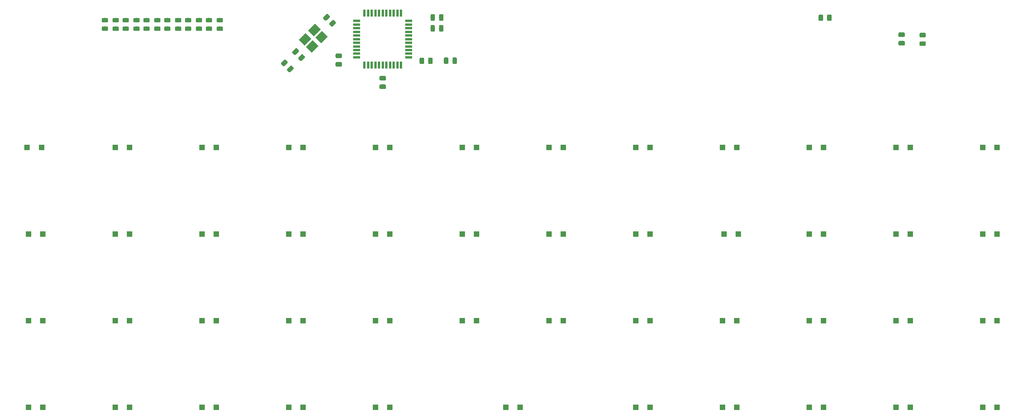
<source format=gbr>
G04 #@! TF.GenerationSoftware,KiCad,Pcbnew,(5.1.0)-1*
G04 #@! TF.CreationDate,2020-08-28T07:36:50-04:00*
G04 #@! TF.ProjectId,keyboard,6b657962-6f61-4726-942e-6b696361645f,rev?*
G04 #@! TF.SameCoordinates,Original*
G04 #@! TF.FileFunction,Paste,Bot*
G04 #@! TF.FilePolarity,Positive*
%FSLAX46Y46*%
G04 Gerber Fmt 4.6, Leading zero omitted, Abs format (unit mm)*
G04 Created by KiCad (PCBNEW (5.1.0)-1) date 2020-08-28 07:36:50*
%MOMM*%
%LPD*%
G04 APERTURE LIST*
%ADD10C,0.020000*%
%ADD11C,0.975000*%
%ADD12R,0.550000X1.500000*%
%ADD13R,1.500000X0.550000*%
%ADD14R,1.200000X1.200000*%
%ADD15C,1.800000*%
G04 APERTURE END LIST*
D10*
G36*
X46612892Y-37693924D02*
G01*
X46636553Y-37697434D01*
X46659757Y-37703246D01*
X46682279Y-37711304D01*
X46703903Y-37721532D01*
X46724420Y-37733829D01*
X46743633Y-37748079D01*
X46761357Y-37764143D01*
X46777421Y-37781867D01*
X46791671Y-37801080D01*
X46803968Y-37821597D01*
X46814196Y-37843221D01*
X46822254Y-37865743D01*
X46828066Y-37888947D01*
X46831576Y-37912608D01*
X46832750Y-37936500D01*
X46832750Y-38424000D01*
X46831576Y-38447892D01*
X46828066Y-38471553D01*
X46822254Y-38494757D01*
X46814196Y-38517279D01*
X46803968Y-38538903D01*
X46791671Y-38559420D01*
X46777421Y-38578633D01*
X46761357Y-38596357D01*
X46743633Y-38612421D01*
X46724420Y-38626671D01*
X46703903Y-38638968D01*
X46682279Y-38649196D01*
X46659757Y-38657254D01*
X46636553Y-38663066D01*
X46612892Y-38666576D01*
X46589000Y-38667750D01*
X45676500Y-38667750D01*
X45652608Y-38666576D01*
X45628947Y-38663066D01*
X45605743Y-38657254D01*
X45583221Y-38649196D01*
X45561597Y-38638968D01*
X45541080Y-38626671D01*
X45521867Y-38612421D01*
X45504143Y-38596357D01*
X45488079Y-38578633D01*
X45473829Y-38559420D01*
X45461532Y-38538903D01*
X45451304Y-38517279D01*
X45443246Y-38494757D01*
X45437434Y-38471553D01*
X45433924Y-38447892D01*
X45432750Y-38424000D01*
X45432750Y-37936500D01*
X45433924Y-37912608D01*
X45437434Y-37888947D01*
X45443246Y-37865743D01*
X45451304Y-37843221D01*
X45461532Y-37821597D01*
X45473829Y-37801080D01*
X45488079Y-37781867D01*
X45504143Y-37764143D01*
X45521867Y-37748079D01*
X45541080Y-37733829D01*
X45561597Y-37721532D01*
X45583221Y-37711304D01*
X45605743Y-37703246D01*
X45628947Y-37697434D01*
X45652608Y-37693924D01*
X45676500Y-37692750D01*
X46589000Y-37692750D01*
X46612892Y-37693924D01*
X46612892Y-37693924D01*
G37*
D11*
X46132750Y-38180250D03*
D10*
G36*
X46612892Y-35818924D02*
G01*
X46636553Y-35822434D01*
X46659757Y-35828246D01*
X46682279Y-35836304D01*
X46703903Y-35846532D01*
X46724420Y-35858829D01*
X46743633Y-35873079D01*
X46761357Y-35889143D01*
X46777421Y-35906867D01*
X46791671Y-35926080D01*
X46803968Y-35946597D01*
X46814196Y-35968221D01*
X46822254Y-35990743D01*
X46828066Y-36013947D01*
X46831576Y-36037608D01*
X46832750Y-36061500D01*
X46832750Y-36549000D01*
X46831576Y-36572892D01*
X46828066Y-36596553D01*
X46822254Y-36619757D01*
X46814196Y-36642279D01*
X46803968Y-36663903D01*
X46791671Y-36684420D01*
X46777421Y-36703633D01*
X46761357Y-36721357D01*
X46743633Y-36737421D01*
X46724420Y-36751671D01*
X46703903Y-36763968D01*
X46682279Y-36774196D01*
X46659757Y-36782254D01*
X46636553Y-36788066D01*
X46612892Y-36791576D01*
X46589000Y-36792750D01*
X45676500Y-36792750D01*
X45652608Y-36791576D01*
X45628947Y-36788066D01*
X45605743Y-36782254D01*
X45583221Y-36774196D01*
X45561597Y-36763968D01*
X45541080Y-36751671D01*
X45521867Y-36737421D01*
X45504143Y-36721357D01*
X45488079Y-36703633D01*
X45473829Y-36684420D01*
X45461532Y-36663903D01*
X45451304Y-36642279D01*
X45443246Y-36619757D01*
X45437434Y-36596553D01*
X45433924Y-36572892D01*
X45432750Y-36549000D01*
X45432750Y-36061500D01*
X45433924Y-36037608D01*
X45437434Y-36013947D01*
X45443246Y-35990743D01*
X45451304Y-35968221D01*
X45461532Y-35946597D01*
X45473829Y-35926080D01*
X45488079Y-35906867D01*
X45504143Y-35889143D01*
X45521867Y-35873079D01*
X45541080Y-35858829D01*
X45561597Y-35846532D01*
X45583221Y-35836304D01*
X45605743Y-35828246D01*
X45628947Y-35822434D01*
X45652608Y-35818924D01*
X45676500Y-35817750D01*
X46589000Y-35817750D01*
X46612892Y-35818924D01*
X46612892Y-35818924D01*
G37*
D11*
X46132750Y-36305250D03*
D10*
G36*
X44231642Y-35818924D02*
G01*
X44255303Y-35822434D01*
X44278507Y-35828246D01*
X44301029Y-35836304D01*
X44322653Y-35846532D01*
X44343170Y-35858829D01*
X44362383Y-35873079D01*
X44380107Y-35889143D01*
X44396171Y-35906867D01*
X44410421Y-35926080D01*
X44422718Y-35946597D01*
X44432946Y-35968221D01*
X44441004Y-35990743D01*
X44446816Y-36013947D01*
X44450326Y-36037608D01*
X44451500Y-36061500D01*
X44451500Y-36549000D01*
X44450326Y-36572892D01*
X44446816Y-36596553D01*
X44441004Y-36619757D01*
X44432946Y-36642279D01*
X44422718Y-36663903D01*
X44410421Y-36684420D01*
X44396171Y-36703633D01*
X44380107Y-36721357D01*
X44362383Y-36737421D01*
X44343170Y-36751671D01*
X44322653Y-36763968D01*
X44301029Y-36774196D01*
X44278507Y-36782254D01*
X44255303Y-36788066D01*
X44231642Y-36791576D01*
X44207750Y-36792750D01*
X43295250Y-36792750D01*
X43271358Y-36791576D01*
X43247697Y-36788066D01*
X43224493Y-36782254D01*
X43201971Y-36774196D01*
X43180347Y-36763968D01*
X43159830Y-36751671D01*
X43140617Y-36737421D01*
X43122893Y-36721357D01*
X43106829Y-36703633D01*
X43092579Y-36684420D01*
X43080282Y-36663903D01*
X43070054Y-36642279D01*
X43061996Y-36619757D01*
X43056184Y-36596553D01*
X43052674Y-36572892D01*
X43051500Y-36549000D01*
X43051500Y-36061500D01*
X43052674Y-36037608D01*
X43056184Y-36013947D01*
X43061996Y-35990743D01*
X43070054Y-35968221D01*
X43080282Y-35946597D01*
X43092579Y-35926080D01*
X43106829Y-35906867D01*
X43122893Y-35889143D01*
X43140617Y-35873079D01*
X43159830Y-35858829D01*
X43180347Y-35846532D01*
X43201971Y-35836304D01*
X43224493Y-35828246D01*
X43247697Y-35822434D01*
X43271358Y-35818924D01*
X43295250Y-35817750D01*
X44207750Y-35817750D01*
X44231642Y-35818924D01*
X44231642Y-35818924D01*
G37*
D11*
X43751500Y-36305250D03*
D10*
G36*
X44231642Y-37693924D02*
G01*
X44255303Y-37697434D01*
X44278507Y-37703246D01*
X44301029Y-37711304D01*
X44322653Y-37721532D01*
X44343170Y-37733829D01*
X44362383Y-37748079D01*
X44380107Y-37764143D01*
X44396171Y-37781867D01*
X44410421Y-37801080D01*
X44422718Y-37821597D01*
X44432946Y-37843221D01*
X44441004Y-37865743D01*
X44446816Y-37888947D01*
X44450326Y-37912608D01*
X44451500Y-37936500D01*
X44451500Y-38424000D01*
X44450326Y-38447892D01*
X44446816Y-38471553D01*
X44441004Y-38494757D01*
X44432946Y-38517279D01*
X44422718Y-38538903D01*
X44410421Y-38559420D01*
X44396171Y-38578633D01*
X44380107Y-38596357D01*
X44362383Y-38612421D01*
X44343170Y-38626671D01*
X44322653Y-38638968D01*
X44301029Y-38649196D01*
X44278507Y-38657254D01*
X44255303Y-38663066D01*
X44231642Y-38666576D01*
X44207750Y-38667750D01*
X43295250Y-38667750D01*
X43271358Y-38666576D01*
X43247697Y-38663066D01*
X43224493Y-38657254D01*
X43201971Y-38649196D01*
X43180347Y-38638968D01*
X43159830Y-38626671D01*
X43140617Y-38612421D01*
X43122893Y-38596357D01*
X43106829Y-38578633D01*
X43092579Y-38559420D01*
X43080282Y-38538903D01*
X43070054Y-38517279D01*
X43061996Y-38494757D01*
X43056184Y-38471553D01*
X43052674Y-38447892D01*
X43051500Y-38424000D01*
X43051500Y-37936500D01*
X43052674Y-37912608D01*
X43056184Y-37888947D01*
X43061996Y-37865743D01*
X43070054Y-37843221D01*
X43080282Y-37821597D01*
X43092579Y-37801080D01*
X43106829Y-37781867D01*
X43122893Y-37764143D01*
X43140617Y-37748079D01*
X43159830Y-37733829D01*
X43180347Y-37721532D01*
X43201971Y-37711304D01*
X43224493Y-37703246D01*
X43247697Y-37697434D01*
X43271358Y-37693924D01*
X43295250Y-37692750D01*
X44207750Y-37692750D01*
X44231642Y-37693924D01*
X44231642Y-37693924D01*
G37*
D11*
X43751500Y-38180250D03*
D10*
G36*
X51184892Y-37693924D02*
G01*
X51208553Y-37697434D01*
X51231757Y-37703246D01*
X51254279Y-37711304D01*
X51275903Y-37721532D01*
X51296420Y-37733829D01*
X51315633Y-37748079D01*
X51333357Y-37764143D01*
X51349421Y-37781867D01*
X51363671Y-37801080D01*
X51375968Y-37821597D01*
X51386196Y-37843221D01*
X51394254Y-37865743D01*
X51400066Y-37888947D01*
X51403576Y-37912608D01*
X51404750Y-37936500D01*
X51404750Y-38424000D01*
X51403576Y-38447892D01*
X51400066Y-38471553D01*
X51394254Y-38494757D01*
X51386196Y-38517279D01*
X51375968Y-38538903D01*
X51363671Y-38559420D01*
X51349421Y-38578633D01*
X51333357Y-38596357D01*
X51315633Y-38612421D01*
X51296420Y-38626671D01*
X51275903Y-38638968D01*
X51254279Y-38649196D01*
X51231757Y-38657254D01*
X51208553Y-38663066D01*
X51184892Y-38666576D01*
X51161000Y-38667750D01*
X50248500Y-38667750D01*
X50224608Y-38666576D01*
X50200947Y-38663066D01*
X50177743Y-38657254D01*
X50155221Y-38649196D01*
X50133597Y-38638968D01*
X50113080Y-38626671D01*
X50093867Y-38612421D01*
X50076143Y-38596357D01*
X50060079Y-38578633D01*
X50045829Y-38559420D01*
X50033532Y-38538903D01*
X50023304Y-38517279D01*
X50015246Y-38494757D01*
X50009434Y-38471553D01*
X50005924Y-38447892D01*
X50004750Y-38424000D01*
X50004750Y-37936500D01*
X50005924Y-37912608D01*
X50009434Y-37888947D01*
X50015246Y-37865743D01*
X50023304Y-37843221D01*
X50033532Y-37821597D01*
X50045829Y-37801080D01*
X50060079Y-37781867D01*
X50076143Y-37764143D01*
X50093867Y-37748079D01*
X50113080Y-37733829D01*
X50133597Y-37721532D01*
X50155221Y-37711304D01*
X50177743Y-37703246D01*
X50200947Y-37697434D01*
X50224608Y-37693924D01*
X50248500Y-37692750D01*
X51161000Y-37692750D01*
X51184892Y-37693924D01*
X51184892Y-37693924D01*
G37*
D11*
X50704750Y-38180250D03*
D10*
G36*
X51184892Y-35818924D02*
G01*
X51208553Y-35822434D01*
X51231757Y-35828246D01*
X51254279Y-35836304D01*
X51275903Y-35846532D01*
X51296420Y-35858829D01*
X51315633Y-35873079D01*
X51333357Y-35889143D01*
X51349421Y-35906867D01*
X51363671Y-35926080D01*
X51375968Y-35946597D01*
X51386196Y-35968221D01*
X51394254Y-35990743D01*
X51400066Y-36013947D01*
X51403576Y-36037608D01*
X51404750Y-36061500D01*
X51404750Y-36549000D01*
X51403576Y-36572892D01*
X51400066Y-36596553D01*
X51394254Y-36619757D01*
X51386196Y-36642279D01*
X51375968Y-36663903D01*
X51363671Y-36684420D01*
X51349421Y-36703633D01*
X51333357Y-36721357D01*
X51315633Y-36737421D01*
X51296420Y-36751671D01*
X51275903Y-36763968D01*
X51254279Y-36774196D01*
X51231757Y-36782254D01*
X51208553Y-36788066D01*
X51184892Y-36791576D01*
X51161000Y-36792750D01*
X50248500Y-36792750D01*
X50224608Y-36791576D01*
X50200947Y-36788066D01*
X50177743Y-36782254D01*
X50155221Y-36774196D01*
X50133597Y-36763968D01*
X50113080Y-36751671D01*
X50093867Y-36737421D01*
X50076143Y-36721357D01*
X50060079Y-36703633D01*
X50045829Y-36684420D01*
X50033532Y-36663903D01*
X50023304Y-36642279D01*
X50015246Y-36619757D01*
X50009434Y-36596553D01*
X50005924Y-36572892D01*
X50004750Y-36549000D01*
X50004750Y-36061500D01*
X50005924Y-36037608D01*
X50009434Y-36013947D01*
X50015246Y-35990743D01*
X50023304Y-35968221D01*
X50033532Y-35946597D01*
X50045829Y-35926080D01*
X50060079Y-35906867D01*
X50076143Y-35889143D01*
X50093867Y-35873079D01*
X50113080Y-35858829D01*
X50133597Y-35846532D01*
X50155221Y-35836304D01*
X50177743Y-35828246D01*
X50200947Y-35822434D01*
X50224608Y-35818924D01*
X50248500Y-35817750D01*
X51161000Y-35817750D01*
X51184892Y-35818924D01*
X51184892Y-35818924D01*
G37*
D11*
X50704750Y-36305250D03*
D10*
G36*
X48803642Y-35818924D02*
G01*
X48827303Y-35822434D01*
X48850507Y-35828246D01*
X48873029Y-35836304D01*
X48894653Y-35846532D01*
X48915170Y-35858829D01*
X48934383Y-35873079D01*
X48952107Y-35889143D01*
X48968171Y-35906867D01*
X48982421Y-35926080D01*
X48994718Y-35946597D01*
X49004946Y-35968221D01*
X49013004Y-35990743D01*
X49018816Y-36013947D01*
X49022326Y-36037608D01*
X49023500Y-36061500D01*
X49023500Y-36549000D01*
X49022326Y-36572892D01*
X49018816Y-36596553D01*
X49013004Y-36619757D01*
X49004946Y-36642279D01*
X48994718Y-36663903D01*
X48982421Y-36684420D01*
X48968171Y-36703633D01*
X48952107Y-36721357D01*
X48934383Y-36737421D01*
X48915170Y-36751671D01*
X48894653Y-36763968D01*
X48873029Y-36774196D01*
X48850507Y-36782254D01*
X48827303Y-36788066D01*
X48803642Y-36791576D01*
X48779750Y-36792750D01*
X47867250Y-36792750D01*
X47843358Y-36791576D01*
X47819697Y-36788066D01*
X47796493Y-36782254D01*
X47773971Y-36774196D01*
X47752347Y-36763968D01*
X47731830Y-36751671D01*
X47712617Y-36737421D01*
X47694893Y-36721357D01*
X47678829Y-36703633D01*
X47664579Y-36684420D01*
X47652282Y-36663903D01*
X47642054Y-36642279D01*
X47633996Y-36619757D01*
X47628184Y-36596553D01*
X47624674Y-36572892D01*
X47623500Y-36549000D01*
X47623500Y-36061500D01*
X47624674Y-36037608D01*
X47628184Y-36013947D01*
X47633996Y-35990743D01*
X47642054Y-35968221D01*
X47652282Y-35946597D01*
X47664579Y-35926080D01*
X47678829Y-35906867D01*
X47694893Y-35889143D01*
X47712617Y-35873079D01*
X47731830Y-35858829D01*
X47752347Y-35846532D01*
X47773971Y-35836304D01*
X47796493Y-35828246D01*
X47819697Y-35822434D01*
X47843358Y-35818924D01*
X47867250Y-35817750D01*
X48779750Y-35817750D01*
X48803642Y-35818924D01*
X48803642Y-35818924D01*
G37*
D11*
X48323500Y-36305250D03*
D10*
G36*
X48803642Y-37693924D02*
G01*
X48827303Y-37697434D01*
X48850507Y-37703246D01*
X48873029Y-37711304D01*
X48894653Y-37721532D01*
X48915170Y-37733829D01*
X48934383Y-37748079D01*
X48952107Y-37764143D01*
X48968171Y-37781867D01*
X48982421Y-37801080D01*
X48994718Y-37821597D01*
X49004946Y-37843221D01*
X49013004Y-37865743D01*
X49018816Y-37888947D01*
X49022326Y-37912608D01*
X49023500Y-37936500D01*
X49023500Y-38424000D01*
X49022326Y-38447892D01*
X49018816Y-38471553D01*
X49013004Y-38494757D01*
X49004946Y-38517279D01*
X48994718Y-38538903D01*
X48982421Y-38559420D01*
X48968171Y-38578633D01*
X48952107Y-38596357D01*
X48934383Y-38612421D01*
X48915170Y-38626671D01*
X48894653Y-38638968D01*
X48873029Y-38649196D01*
X48850507Y-38657254D01*
X48827303Y-38663066D01*
X48803642Y-38666576D01*
X48779750Y-38667750D01*
X47867250Y-38667750D01*
X47843358Y-38666576D01*
X47819697Y-38663066D01*
X47796493Y-38657254D01*
X47773971Y-38649196D01*
X47752347Y-38638968D01*
X47731830Y-38626671D01*
X47712617Y-38612421D01*
X47694893Y-38596357D01*
X47678829Y-38578633D01*
X47664579Y-38559420D01*
X47652282Y-38538903D01*
X47642054Y-38517279D01*
X47633996Y-38494757D01*
X47628184Y-38471553D01*
X47624674Y-38447892D01*
X47623500Y-38424000D01*
X47623500Y-37936500D01*
X47624674Y-37912608D01*
X47628184Y-37888947D01*
X47633996Y-37865743D01*
X47642054Y-37843221D01*
X47652282Y-37821597D01*
X47664579Y-37801080D01*
X47678829Y-37781867D01*
X47694893Y-37764143D01*
X47712617Y-37748079D01*
X47731830Y-37733829D01*
X47752347Y-37721532D01*
X47773971Y-37711304D01*
X47796493Y-37703246D01*
X47819697Y-37697434D01*
X47843358Y-37693924D01*
X47867250Y-37692750D01*
X48779750Y-37692750D01*
X48803642Y-37693924D01*
X48803642Y-37693924D01*
G37*
D11*
X48323500Y-38180250D03*
D10*
G36*
X69472892Y-37693924D02*
G01*
X69496553Y-37697434D01*
X69519757Y-37703246D01*
X69542279Y-37711304D01*
X69563903Y-37721532D01*
X69584420Y-37733829D01*
X69603633Y-37748079D01*
X69621357Y-37764143D01*
X69637421Y-37781867D01*
X69651671Y-37801080D01*
X69663968Y-37821597D01*
X69674196Y-37843221D01*
X69682254Y-37865743D01*
X69688066Y-37888947D01*
X69691576Y-37912608D01*
X69692750Y-37936500D01*
X69692750Y-38424000D01*
X69691576Y-38447892D01*
X69688066Y-38471553D01*
X69682254Y-38494757D01*
X69674196Y-38517279D01*
X69663968Y-38538903D01*
X69651671Y-38559420D01*
X69637421Y-38578633D01*
X69621357Y-38596357D01*
X69603633Y-38612421D01*
X69584420Y-38626671D01*
X69563903Y-38638968D01*
X69542279Y-38649196D01*
X69519757Y-38657254D01*
X69496553Y-38663066D01*
X69472892Y-38666576D01*
X69449000Y-38667750D01*
X68536500Y-38667750D01*
X68512608Y-38666576D01*
X68488947Y-38663066D01*
X68465743Y-38657254D01*
X68443221Y-38649196D01*
X68421597Y-38638968D01*
X68401080Y-38626671D01*
X68381867Y-38612421D01*
X68364143Y-38596357D01*
X68348079Y-38578633D01*
X68333829Y-38559420D01*
X68321532Y-38538903D01*
X68311304Y-38517279D01*
X68303246Y-38494757D01*
X68297434Y-38471553D01*
X68293924Y-38447892D01*
X68292750Y-38424000D01*
X68292750Y-37936500D01*
X68293924Y-37912608D01*
X68297434Y-37888947D01*
X68303246Y-37865743D01*
X68311304Y-37843221D01*
X68321532Y-37821597D01*
X68333829Y-37801080D01*
X68348079Y-37781867D01*
X68364143Y-37764143D01*
X68381867Y-37748079D01*
X68401080Y-37733829D01*
X68421597Y-37721532D01*
X68443221Y-37711304D01*
X68465743Y-37703246D01*
X68488947Y-37697434D01*
X68512608Y-37693924D01*
X68536500Y-37692750D01*
X69449000Y-37692750D01*
X69472892Y-37693924D01*
X69472892Y-37693924D01*
G37*
D11*
X68992750Y-38180250D03*
D10*
G36*
X69472892Y-35818924D02*
G01*
X69496553Y-35822434D01*
X69519757Y-35828246D01*
X69542279Y-35836304D01*
X69563903Y-35846532D01*
X69584420Y-35858829D01*
X69603633Y-35873079D01*
X69621357Y-35889143D01*
X69637421Y-35906867D01*
X69651671Y-35926080D01*
X69663968Y-35946597D01*
X69674196Y-35968221D01*
X69682254Y-35990743D01*
X69688066Y-36013947D01*
X69691576Y-36037608D01*
X69692750Y-36061500D01*
X69692750Y-36549000D01*
X69691576Y-36572892D01*
X69688066Y-36596553D01*
X69682254Y-36619757D01*
X69674196Y-36642279D01*
X69663968Y-36663903D01*
X69651671Y-36684420D01*
X69637421Y-36703633D01*
X69621357Y-36721357D01*
X69603633Y-36737421D01*
X69584420Y-36751671D01*
X69563903Y-36763968D01*
X69542279Y-36774196D01*
X69519757Y-36782254D01*
X69496553Y-36788066D01*
X69472892Y-36791576D01*
X69449000Y-36792750D01*
X68536500Y-36792750D01*
X68512608Y-36791576D01*
X68488947Y-36788066D01*
X68465743Y-36782254D01*
X68443221Y-36774196D01*
X68421597Y-36763968D01*
X68401080Y-36751671D01*
X68381867Y-36737421D01*
X68364143Y-36721357D01*
X68348079Y-36703633D01*
X68333829Y-36684420D01*
X68321532Y-36663903D01*
X68311304Y-36642279D01*
X68303246Y-36619757D01*
X68297434Y-36596553D01*
X68293924Y-36572892D01*
X68292750Y-36549000D01*
X68292750Y-36061500D01*
X68293924Y-36037608D01*
X68297434Y-36013947D01*
X68303246Y-35990743D01*
X68311304Y-35968221D01*
X68321532Y-35946597D01*
X68333829Y-35926080D01*
X68348079Y-35906867D01*
X68364143Y-35889143D01*
X68381867Y-35873079D01*
X68401080Y-35858829D01*
X68421597Y-35846532D01*
X68443221Y-35836304D01*
X68465743Y-35828246D01*
X68488947Y-35822434D01*
X68512608Y-35818924D01*
X68536500Y-35817750D01*
X69449000Y-35817750D01*
X69472892Y-35818924D01*
X69472892Y-35818924D01*
G37*
D11*
X68992750Y-36305250D03*
D10*
G36*
X67091642Y-35818924D02*
G01*
X67115303Y-35822434D01*
X67138507Y-35828246D01*
X67161029Y-35836304D01*
X67182653Y-35846532D01*
X67203170Y-35858829D01*
X67222383Y-35873079D01*
X67240107Y-35889143D01*
X67256171Y-35906867D01*
X67270421Y-35926080D01*
X67282718Y-35946597D01*
X67292946Y-35968221D01*
X67301004Y-35990743D01*
X67306816Y-36013947D01*
X67310326Y-36037608D01*
X67311500Y-36061500D01*
X67311500Y-36549000D01*
X67310326Y-36572892D01*
X67306816Y-36596553D01*
X67301004Y-36619757D01*
X67292946Y-36642279D01*
X67282718Y-36663903D01*
X67270421Y-36684420D01*
X67256171Y-36703633D01*
X67240107Y-36721357D01*
X67222383Y-36737421D01*
X67203170Y-36751671D01*
X67182653Y-36763968D01*
X67161029Y-36774196D01*
X67138507Y-36782254D01*
X67115303Y-36788066D01*
X67091642Y-36791576D01*
X67067750Y-36792750D01*
X66155250Y-36792750D01*
X66131358Y-36791576D01*
X66107697Y-36788066D01*
X66084493Y-36782254D01*
X66061971Y-36774196D01*
X66040347Y-36763968D01*
X66019830Y-36751671D01*
X66000617Y-36737421D01*
X65982893Y-36721357D01*
X65966829Y-36703633D01*
X65952579Y-36684420D01*
X65940282Y-36663903D01*
X65930054Y-36642279D01*
X65921996Y-36619757D01*
X65916184Y-36596553D01*
X65912674Y-36572892D01*
X65911500Y-36549000D01*
X65911500Y-36061500D01*
X65912674Y-36037608D01*
X65916184Y-36013947D01*
X65921996Y-35990743D01*
X65930054Y-35968221D01*
X65940282Y-35946597D01*
X65952579Y-35926080D01*
X65966829Y-35906867D01*
X65982893Y-35889143D01*
X66000617Y-35873079D01*
X66019830Y-35858829D01*
X66040347Y-35846532D01*
X66061971Y-35836304D01*
X66084493Y-35828246D01*
X66107697Y-35822434D01*
X66131358Y-35818924D01*
X66155250Y-35817750D01*
X67067750Y-35817750D01*
X67091642Y-35818924D01*
X67091642Y-35818924D01*
G37*
D11*
X66611500Y-36305250D03*
D10*
G36*
X67091642Y-37693924D02*
G01*
X67115303Y-37697434D01*
X67138507Y-37703246D01*
X67161029Y-37711304D01*
X67182653Y-37721532D01*
X67203170Y-37733829D01*
X67222383Y-37748079D01*
X67240107Y-37764143D01*
X67256171Y-37781867D01*
X67270421Y-37801080D01*
X67282718Y-37821597D01*
X67292946Y-37843221D01*
X67301004Y-37865743D01*
X67306816Y-37888947D01*
X67310326Y-37912608D01*
X67311500Y-37936500D01*
X67311500Y-38424000D01*
X67310326Y-38447892D01*
X67306816Y-38471553D01*
X67301004Y-38494757D01*
X67292946Y-38517279D01*
X67282718Y-38538903D01*
X67270421Y-38559420D01*
X67256171Y-38578633D01*
X67240107Y-38596357D01*
X67222383Y-38612421D01*
X67203170Y-38626671D01*
X67182653Y-38638968D01*
X67161029Y-38649196D01*
X67138507Y-38657254D01*
X67115303Y-38663066D01*
X67091642Y-38666576D01*
X67067750Y-38667750D01*
X66155250Y-38667750D01*
X66131358Y-38666576D01*
X66107697Y-38663066D01*
X66084493Y-38657254D01*
X66061971Y-38649196D01*
X66040347Y-38638968D01*
X66019830Y-38626671D01*
X66000617Y-38612421D01*
X65982893Y-38596357D01*
X65966829Y-38578633D01*
X65952579Y-38559420D01*
X65940282Y-38538903D01*
X65930054Y-38517279D01*
X65921996Y-38494757D01*
X65916184Y-38471553D01*
X65912674Y-38447892D01*
X65911500Y-38424000D01*
X65911500Y-37936500D01*
X65912674Y-37912608D01*
X65916184Y-37888947D01*
X65921996Y-37865743D01*
X65930054Y-37843221D01*
X65940282Y-37821597D01*
X65952579Y-37801080D01*
X65966829Y-37781867D01*
X65982893Y-37764143D01*
X66000617Y-37748079D01*
X66019830Y-37733829D01*
X66040347Y-37721532D01*
X66061971Y-37711304D01*
X66084493Y-37703246D01*
X66107697Y-37697434D01*
X66131358Y-37693924D01*
X66155250Y-37692750D01*
X67067750Y-37692750D01*
X67091642Y-37693924D01*
X67091642Y-37693924D01*
G37*
D11*
X66611500Y-38180250D03*
D10*
G36*
X64900892Y-37693924D02*
G01*
X64924553Y-37697434D01*
X64947757Y-37703246D01*
X64970279Y-37711304D01*
X64991903Y-37721532D01*
X65012420Y-37733829D01*
X65031633Y-37748079D01*
X65049357Y-37764143D01*
X65065421Y-37781867D01*
X65079671Y-37801080D01*
X65091968Y-37821597D01*
X65102196Y-37843221D01*
X65110254Y-37865743D01*
X65116066Y-37888947D01*
X65119576Y-37912608D01*
X65120750Y-37936500D01*
X65120750Y-38424000D01*
X65119576Y-38447892D01*
X65116066Y-38471553D01*
X65110254Y-38494757D01*
X65102196Y-38517279D01*
X65091968Y-38538903D01*
X65079671Y-38559420D01*
X65065421Y-38578633D01*
X65049357Y-38596357D01*
X65031633Y-38612421D01*
X65012420Y-38626671D01*
X64991903Y-38638968D01*
X64970279Y-38649196D01*
X64947757Y-38657254D01*
X64924553Y-38663066D01*
X64900892Y-38666576D01*
X64877000Y-38667750D01*
X63964500Y-38667750D01*
X63940608Y-38666576D01*
X63916947Y-38663066D01*
X63893743Y-38657254D01*
X63871221Y-38649196D01*
X63849597Y-38638968D01*
X63829080Y-38626671D01*
X63809867Y-38612421D01*
X63792143Y-38596357D01*
X63776079Y-38578633D01*
X63761829Y-38559420D01*
X63749532Y-38538903D01*
X63739304Y-38517279D01*
X63731246Y-38494757D01*
X63725434Y-38471553D01*
X63721924Y-38447892D01*
X63720750Y-38424000D01*
X63720750Y-37936500D01*
X63721924Y-37912608D01*
X63725434Y-37888947D01*
X63731246Y-37865743D01*
X63739304Y-37843221D01*
X63749532Y-37821597D01*
X63761829Y-37801080D01*
X63776079Y-37781867D01*
X63792143Y-37764143D01*
X63809867Y-37748079D01*
X63829080Y-37733829D01*
X63849597Y-37721532D01*
X63871221Y-37711304D01*
X63893743Y-37703246D01*
X63916947Y-37697434D01*
X63940608Y-37693924D01*
X63964500Y-37692750D01*
X64877000Y-37692750D01*
X64900892Y-37693924D01*
X64900892Y-37693924D01*
G37*
D11*
X64420750Y-38180250D03*
D10*
G36*
X64900892Y-35818924D02*
G01*
X64924553Y-35822434D01*
X64947757Y-35828246D01*
X64970279Y-35836304D01*
X64991903Y-35846532D01*
X65012420Y-35858829D01*
X65031633Y-35873079D01*
X65049357Y-35889143D01*
X65065421Y-35906867D01*
X65079671Y-35926080D01*
X65091968Y-35946597D01*
X65102196Y-35968221D01*
X65110254Y-35990743D01*
X65116066Y-36013947D01*
X65119576Y-36037608D01*
X65120750Y-36061500D01*
X65120750Y-36549000D01*
X65119576Y-36572892D01*
X65116066Y-36596553D01*
X65110254Y-36619757D01*
X65102196Y-36642279D01*
X65091968Y-36663903D01*
X65079671Y-36684420D01*
X65065421Y-36703633D01*
X65049357Y-36721357D01*
X65031633Y-36737421D01*
X65012420Y-36751671D01*
X64991903Y-36763968D01*
X64970279Y-36774196D01*
X64947757Y-36782254D01*
X64924553Y-36788066D01*
X64900892Y-36791576D01*
X64877000Y-36792750D01*
X63964500Y-36792750D01*
X63940608Y-36791576D01*
X63916947Y-36788066D01*
X63893743Y-36782254D01*
X63871221Y-36774196D01*
X63849597Y-36763968D01*
X63829080Y-36751671D01*
X63809867Y-36737421D01*
X63792143Y-36721357D01*
X63776079Y-36703633D01*
X63761829Y-36684420D01*
X63749532Y-36663903D01*
X63739304Y-36642279D01*
X63731246Y-36619757D01*
X63725434Y-36596553D01*
X63721924Y-36572892D01*
X63720750Y-36549000D01*
X63720750Y-36061500D01*
X63721924Y-36037608D01*
X63725434Y-36013947D01*
X63731246Y-35990743D01*
X63739304Y-35968221D01*
X63749532Y-35946597D01*
X63761829Y-35926080D01*
X63776079Y-35906867D01*
X63792143Y-35889143D01*
X63809867Y-35873079D01*
X63829080Y-35858829D01*
X63849597Y-35846532D01*
X63871221Y-35836304D01*
X63893743Y-35828246D01*
X63916947Y-35822434D01*
X63940608Y-35818924D01*
X63964500Y-35817750D01*
X64877000Y-35817750D01*
X64900892Y-35818924D01*
X64900892Y-35818924D01*
G37*
D11*
X64420750Y-36305250D03*
D10*
G36*
X62519642Y-35818924D02*
G01*
X62543303Y-35822434D01*
X62566507Y-35828246D01*
X62589029Y-35836304D01*
X62610653Y-35846532D01*
X62631170Y-35858829D01*
X62650383Y-35873079D01*
X62668107Y-35889143D01*
X62684171Y-35906867D01*
X62698421Y-35926080D01*
X62710718Y-35946597D01*
X62720946Y-35968221D01*
X62729004Y-35990743D01*
X62734816Y-36013947D01*
X62738326Y-36037608D01*
X62739500Y-36061500D01*
X62739500Y-36549000D01*
X62738326Y-36572892D01*
X62734816Y-36596553D01*
X62729004Y-36619757D01*
X62720946Y-36642279D01*
X62710718Y-36663903D01*
X62698421Y-36684420D01*
X62684171Y-36703633D01*
X62668107Y-36721357D01*
X62650383Y-36737421D01*
X62631170Y-36751671D01*
X62610653Y-36763968D01*
X62589029Y-36774196D01*
X62566507Y-36782254D01*
X62543303Y-36788066D01*
X62519642Y-36791576D01*
X62495750Y-36792750D01*
X61583250Y-36792750D01*
X61559358Y-36791576D01*
X61535697Y-36788066D01*
X61512493Y-36782254D01*
X61489971Y-36774196D01*
X61468347Y-36763968D01*
X61447830Y-36751671D01*
X61428617Y-36737421D01*
X61410893Y-36721357D01*
X61394829Y-36703633D01*
X61380579Y-36684420D01*
X61368282Y-36663903D01*
X61358054Y-36642279D01*
X61349996Y-36619757D01*
X61344184Y-36596553D01*
X61340674Y-36572892D01*
X61339500Y-36549000D01*
X61339500Y-36061500D01*
X61340674Y-36037608D01*
X61344184Y-36013947D01*
X61349996Y-35990743D01*
X61358054Y-35968221D01*
X61368282Y-35946597D01*
X61380579Y-35926080D01*
X61394829Y-35906867D01*
X61410893Y-35889143D01*
X61428617Y-35873079D01*
X61447830Y-35858829D01*
X61468347Y-35846532D01*
X61489971Y-35836304D01*
X61512493Y-35828246D01*
X61535697Y-35822434D01*
X61559358Y-35818924D01*
X61583250Y-35817750D01*
X62495750Y-35817750D01*
X62519642Y-35818924D01*
X62519642Y-35818924D01*
G37*
D11*
X62039500Y-36305250D03*
D10*
G36*
X62519642Y-37693924D02*
G01*
X62543303Y-37697434D01*
X62566507Y-37703246D01*
X62589029Y-37711304D01*
X62610653Y-37721532D01*
X62631170Y-37733829D01*
X62650383Y-37748079D01*
X62668107Y-37764143D01*
X62684171Y-37781867D01*
X62698421Y-37801080D01*
X62710718Y-37821597D01*
X62720946Y-37843221D01*
X62729004Y-37865743D01*
X62734816Y-37888947D01*
X62738326Y-37912608D01*
X62739500Y-37936500D01*
X62739500Y-38424000D01*
X62738326Y-38447892D01*
X62734816Y-38471553D01*
X62729004Y-38494757D01*
X62720946Y-38517279D01*
X62710718Y-38538903D01*
X62698421Y-38559420D01*
X62684171Y-38578633D01*
X62668107Y-38596357D01*
X62650383Y-38612421D01*
X62631170Y-38626671D01*
X62610653Y-38638968D01*
X62589029Y-38649196D01*
X62566507Y-38657254D01*
X62543303Y-38663066D01*
X62519642Y-38666576D01*
X62495750Y-38667750D01*
X61583250Y-38667750D01*
X61559358Y-38666576D01*
X61535697Y-38663066D01*
X61512493Y-38657254D01*
X61489971Y-38649196D01*
X61468347Y-38638968D01*
X61447830Y-38626671D01*
X61428617Y-38612421D01*
X61410893Y-38596357D01*
X61394829Y-38578633D01*
X61380579Y-38559420D01*
X61368282Y-38538903D01*
X61358054Y-38517279D01*
X61349996Y-38494757D01*
X61344184Y-38471553D01*
X61340674Y-38447892D01*
X61339500Y-38424000D01*
X61339500Y-37936500D01*
X61340674Y-37912608D01*
X61344184Y-37888947D01*
X61349996Y-37865743D01*
X61358054Y-37843221D01*
X61368282Y-37821597D01*
X61380579Y-37801080D01*
X61394829Y-37781867D01*
X61410893Y-37764143D01*
X61428617Y-37748079D01*
X61447830Y-37733829D01*
X61468347Y-37721532D01*
X61489971Y-37711304D01*
X61512493Y-37703246D01*
X61535697Y-37697434D01*
X61559358Y-37693924D01*
X61583250Y-37692750D01*
X62495750Y-37692750D01*
X62519642Y-37693924D01*
X62519642Y-37693924D01*
G37*
D11*
X62039500Y-38180250D03*
D10*
G36*
X60328892Y-37693924D02*
G01*
X60352553Y-37697434D01*
X60375757Y-37703246D01*
X60398279Y-37711304D01*
X60419903Y-37721532D01*
X60440420Y-37733829D01*
X60459633Y-37748079D01*
X60477357Y-37764143D01*
X60493421Y-37781867D01*
X60507671Y-37801080D01*
X60519968Y-37821597D01*
X60530196Y-37843221D01*
X60538254Y-37865743D01*
X60544066Y-37888947D01*
X60547576Y-37912608D01*
X60548750Y-37936500D01*
X60548750Y-38424000D01*
X60547576Y-38447892D01*
X60544066Y-38471553D01*
X60538254Y-38494757D01*
X60530196Y-38517279D01*
X60519968Y-38538903D01*
X60507671Y-38559420D01*
X60493421Y-38578633D01*
X60477357Y-38596357D01*
X60459633Y-38612421D01*
X60440420Y-38626671D01*
X60419903Y-38638968D01*
X60398279Y-38649196D01*
X60375757Y-38657254D01*
X60352553Y-38663066D01*
X60328892Y-38666576D01*
X60305000Y-38667750D01*
X59392500Y-38667750D01*
X59368608Y-38666576D01*
X59344947Y-38663066D01*
X59321743Y-38657254D01*
X59299221Y-38649196D01*
X59277597Y-38638968D01*
X59257080Y-38626671D01*
X59237867Y-38612421D01*
X59220143Y-38596357D01*
X59204079Y-38578633D01*
X59189829Y-38559420D01*
X59177532Y-38538903D01*
X59167304Y-38517279D01*
X59159246Y-38494757D01*
X59153434Y-38471553D01*
X59149924Y-38447892D01*
X59148750Y-38424000D01*
X59148750Y-37936500D01*
X59149924Y-37912608D01*
X59153434Y-37888947D01*
X59159246Y-37865743D01*
X59167304Y-37843221D01*
X59177532Y-37821597D01*
X59189829Y-37801080D01*
X59204079Y-37781867D01*
X59220143Y-37764143D01*
X59237867Y-37748079D01*
X59257080Y-37733829D01*
X59277597Y-37721532D01*
X59299221Y-37711304D01*
X59321743Y-37703246D01*
X59344947Y-37697434D01*
X59368608Y-37693924D01*
X59392500Y-37692750D01*
X60305000Y-37692750D01*
X60328892Y-37693924D01*
X60328892Y-37693924D01*
G37*
D11*
X59848750Y-38180250D03*
D10*
G36*
X60328892Y-35818924D02*
G01*
X60352553Y-35822434D01*
X60375757Y-35828246D01*
X60398279Y-35836304D01*
X60419903Y-35846532D01*
X60440420Y-35858829D01*
X60459633Y-35873079D01*
X60477357Y-35889143D01*
X60493421Y-35906867D01*
X60507671Y-35926080D01*
X60519968Y-35946597D01*
X60530196Y-35968221D01*
X60538254Y-35990743D01*
X60544066Y-36013947D01*
X60547576Y-36037608D01*
X60548750Y-36061500D01*
X60548750Y-36549000D01*
X60547576Y-36572892D01*
X60544066Y-36596553D01*
X60538254Y-36619757D01*
X60530196Y-36642279D01*
X60519968Y-36663903D01*
X60507671Y-36684420D01*
X60493421Y-36703633D01*
X60477357Y-36721357D01*
X60459633Y-36737421D01*
X60440420Y-36751671D01*
X60419903Y-36763968D01*
X60398279Y-36774196D01*
X60375757Y-36782254D01*
X60352553Y-36788066D01*
X60328892Y-36791576D01*
X60305000Y-36792750D01*
X59392500Y-36792750D01*
X59368608Y-36791576D01*
X59344947Y-36788066D01*
X59321743Y-36782254D01*
X59299221Y-36774196D01*
X59277597Y-36763968D01*
X59257080Y-36751671D01*
X59237867Y-36737421D01*
X59220143Y-36721357D01*
X59204079Y-36703633D01*
X59189829Y-36684420D01*
X59177532Y-36663903D01*
X59167304Y-36642279D01*
X59159246Y-36619757D01*
X59153434Y-36596553D01*
X59149924Y-36572892D01*
X59148750Y-36549000D01*
X59148750Y-36061500D01*
X59149924Y-36037608D01*
X59153434Y-36013947D01*
X59159246Y-35990743D01*
X59167304Y-35968221D01*
X59177532Y-35946597D01*
X59189829Y-35926080D01*
X59204079Y-35906867D01*
X59220143Y-35889143D01*
X59237867Y-35873079D01*
X59257080Y-35858829D01*
X59277597Y-35846532D01*
X59299221Y-35836304D01*
X59321743Y-35828246D01*
X59344947Y-35822434D01*
X59368608Y-35818924D01*
X59392500Y-35817750D01*
X60305000Y-35817750D01*
X60328892Y-35818924D01*
X60328892Y-35818924D01*
G37*
D11*
X59848750Y-36305250D03*
D10*
G36*
X57947642Y-35818924D02*
G01*
X57971303Y-35822434D01*
X57994507Y-35828246D01*
X58017029Y-35836304D01*
X58038653Y-35846532D01*
X58059170Y-35858829D01*
X58078383Y-35873079D01*
X58096107Y-35889143D01*
X58112171Y-35906867D01*
X58126421Y-35926080D01*
X58138718Y-35946597D01*
X58148946Y-35968221D01*
X58157004Y-35990743D01*
X58162816Y-36013947D01*
X58166326Y-36037608D01*
X58167500Y-36061500D01*
X58167500Y-36549000D01*
X58166326Y-36572892D01*
X58162816Y-36596553D01*
X58157004Y-36619757D01*
X58148946Y-36642279D01*
X58138718Y-36663903D01*
X58126421Y-36684420D01*
X58112171Y-36703633D01*
X58096107Y-36721357D01*
X58078383Y-36737421D01*
X58059170Y-36751671D01*
X58038653Y-36763968D01*
X58017029Y-36774196D01*
X57994507Y-36782254D01*
X57971303Y-36788066D01*
X57947642Y-36791576D01*
X57923750Y-36792750D01*
X57011250Y-36792750D01*
X56987358Y-36791576D01*
X56963697Y-36788066D01*
X56940493Y-36782254D01*
X56917971Y-36774196D01*
X56896347Y-36763968D01*
X56875830Y-36751671D01*
X56856617Y-36737421D01*
X56838893Y-36721357D01*
X56822829Y-36703633D01*
X56808579Y-36684420D01*
X56796282Y-36663903D01*
X56786054Y-36642279D01*
X56777996Y-36619757D01*
X56772184Y-36596553D01*
X56768674Y-36572892D01*
X56767500Y-36549000D01*
X56767500Y-36061500D01*
X56768674Y-36037608D01*
X56772184Y-36013947D01*
X56777996Y-35990743D01*
X56786054Y-35968221D01*
X56796282Y-35946597D01*
X56808579Y-35926080D01*
X56822829Y-35906867D01*
X56838893Y-35889143D01*
X56856617Y-35873079D01*
X56875830Y-35858829D01*
X56896347Y-35846532D01*
X56917971Y-35836304D01*
X56940493Y-35828246D01*
X56963697Y-35822434D01*
X56987358Y-35818924D01*
X57011250Y-35817750D01*
X57923750Y-35817750D01*
X57947642Y-35818924D01*
X57947642Y-35818924D01*
G37*
D11*
X57467500Y-36305250D03*
D10*
G36*
X57947642Y-37693924D02*
G01*
X57971303Y-37697434D01*
X57994507Y-37703246D01*
X58017029Y-37711304D01*
X58038653Y-37721532D01*
X58059170Y-37733829D01*
X58078383Y-37748079D01*
X58096107Y-37764143D01*
X58112171Y-37781867D01*
X58126421Y-37801080D01*
X58138718Y-37821597D01*
X58148946Y-37843221D01*
X58157004Y-37865743D01*
X58162816Y-37888947D01*
X58166326Y-37912608D01*
X58167500Y-37936500D01*
X58167500Y-38424000D01*
X58166326Y-38447892D01*
X58162816Y-38471553D01*
X58157004Y-38494757D01*
X58148946Y-38517279D01*
X58138718Y-38538903D01*
X58126421Y-38559420D01*
X58112171Y-38578633D01*
X58096107Y-38596357D01*
X58078383Y-38612421D01*
X58059170Y-38626671D01*
X58038653Y-38638968D01*
X58017029Y-38649196D01*
X57994507Y-38657254D01*
X57971303Y-38663066D01*
X57947642Y-38666576D01*
X57923750Y-38667750D01*
X57011250Y-38667750D01*
X56987358Y-38666576D01*
X56963697Y-38663066D01*
X56940493Y-38657254D01*
X56917971Y-38649196D01*
X56896347Y-38638968D01*
X56875830Y-38626671D01*
X56856617Y-38612421D01*
X56838893Y-38596357D01*
X56822829Y-38578633D01*
X56808579Y-38559420D01*
X56796282Y-38538903D01*
X56786054Y-38517279D01*
X56777996Y-38494757D01*
X56772184Y-38471553D01*
X56768674Y-38447892D01*
X56767500Y-38424000D01*
X56767500Y-37936500D01*
X56768674Y-37912608D01*
X56772184Y-37888947D01*
X56777996Y-37865743D01*
X56786054Y-37843221D01*
X56796282Y-37821597D01*
X56808579Y-37801080D01*
X56822829Y-37781867D01*
X56838893Y-37764143D01*
X56856617Y-37748079D01*
X56875830Y-37733829D01*
X56896347Y-37721532D01*
X56917971Y-37711304D01*
X56940493Y-37703246D01*
X56963697Y-37697434D01*
X56987358Y-37693924D01*
X57011250Y-37692750D01*
X57923750Y-37692750D01*
X57947642Y-37693924D01*
X57947642Y-37693924D01*
G37*
D11*
X57467500Y-38180250D03*
D10*
G36*
X55756892Y-35818924D02*
G01*
X55780553Y-35822434D01*
X55803757Y-35828246D01*
X55826279Y-35836304D01*
X55847903Y-35846532D01*
X55868420Y-35858829D01*
X55887633Y-35873079D01*
X55905357Y-35889143D01*
X55921421Y-35906867D01*
X55935671Y-35926080D01*
X55947968Y-35946597D01*
X55958196Y-35968221D01*
X55966254Y-35990743D01*
X55972066Y-36013947D01*
X55975576Y-36037608D01*
X55976750Y-36061500D01*
X55976750Y-36549000D01*
X55975576Y-36572892D01*
X55972066Y-36596553D01*
X55966254Y-36619757D01*
X55958196Y-36642279D01*
X55947968Y-36663903D01*
X55935671Y-36684420D01*
X55921421Y-36703633D01*
X55905357Y-36721357D01*
X55887633Y-36737421D01*
X55868420Y-36751671D01*
X55847903Y-36763968D01*
X55826279Y-36774196D01*
X55803757Y-36782254D01*
X55780553Y-36788066D01*
X55756892Y-36791576D01*
X55733000Y-36792750D01*
X54820500Y-36792750D01*
X54796608Y-36791576D01*
X54772947Y-36788066D01*
X54749743Y-36782254D01*
X54727221Y-36774196D01*
X54705597Y-36763968D01*
X54685080Y-36751671D01*
X54665867Y-36737421D01*
X54648143Y-36721357D01*
X54632079Y-36703633D01*
X54617829Y-36684420D01*
X54605532Y-36663903D01*
X54595304Y-36642279D01*
X54587246Y-36619757D01*
X54581434Y-36596553D01*
X54577924Y-36572892D01*
X54576750Y-36549000D01*
X54576750Y-36061500D01*
X54577924Y-36037608D01*
X54581434Y-36013947D01*
X54587246Y-35990743D01*
X54595304Y-35968221D01*
X54605532Y-35946597D01*
X54617829Y-35926080D01*
X54632079Y-35906867D01*
X54648143Y-35889143D01*
X54665867Y-35873079D01*
X54685080Y-35858829D01*
X54705597Y-35846532D01*
X54727221Y-35836304D01*
X54749743Y-35828246D01*
X54772947Y-35822434D01*
X54796608Y-35818924D01*
X54820500Y-35817750D01*
X55733000Y-35817750D01*
X55756892Y-35818924D01*
X55756892Y-35818924D01*
G37*
D11*
X55276750Y-36305250D03*
D10*
G36*
X55756892Y-37693924D02*
G01*
X55780553Y-37697434D01*
X55803757Y-37703246D01*
X55826279Y-37711304D01*
X55847903Y-37721532D01*
X55868420Y-37733829D01*
X55887633Y-37748079D01*
X55905357Y-37764143D01*
X55921421Y-37781867D01*
X55935671Y-37801080D01*
X55947968Y-37821597D01*
X55958196Y-37843221D01*
X55966254Y-37865743D01*
X55972066Y-37888947D01*
X55975576Y-37912608D01*
X55976750Y-37936500D01*
X55976750Y-38424000D01*
X55975576Y-38447892D01*
X55972066Y-38471553D01*
X55966254Y-38494757D01*
X55958196Y-38517279D01*
X55947968Y-38538903D01*
X55935671Y-38559420D01*
X55921421Y-38578633D01*
X55905357Y-38596357D01*
X55887633Y-38612421D01*
X55868420Y-38626671D01*
X55847903Y-38638968D01*
X55826279Y-38649196D01*
X55803757Y-38657254D01*
X55780553Y-38663066D01*
X55756892Y-38666576D01*
X55733000Y-38667750D01*
X54820500Y-38667750D01*
X54796608Y-38666576D01*
X54772947Y-38663066D01*
X54749743Y-38657254D01*
X54727221Y-38649196D01*
X54705597Y-38638968D01*
X54685080Y-38626671D01*
X54665867Y-38612421D01*
X54648143Y-38596357D01*
X54632079Y-38578633D01*
X54617829Y-38559420D01*
X54605532Y-38538903D01*
X54595304Y-38517279D01*
X54587246Y-38494757D01*
X54581434Y-38471553D01*
X54577924Y-38447892D01*
X54576750Y-38424000D01*
X54576750Y-37936500D01*
X54577924Y-37912608D01*
X54581434Y-37888947D01*
X54587246Y-37865743D01*
X54595304Y-37843221D01*
X54605532Y-37821597D01*
X54617829Y-37801080D01*
X54632079Y-37781867D01*
X54648143Y-37764143D01*
X54665867Y-37748079D01*
X54685080Y-37733829D01*
X54705597Y-37721532D01*
X54727221Y-37711304D01*
X54749743Y-37703246D01*
X54772947Y-37697434D01*
X54796608Y-37693924D01*
X54820500Y-37692750D01*
X55733000Y-37692750D01*
X55756892Y-37693924D01*
X55756892Y-37693924D01*
G37*
D11*
X55276750Y-38180250D03*
D10*
G36*
X53375642Y-37693924D02*
G01*
X53399303Y-37697434D01*
X53422507Y-37703246D01*
X53445029Y-37711304D01*
X53466653Y-37721532D01*
X53487170Y-37733829D01*
X53506383Y-37748079D01*
X53524107Y-37764143D01*
X53540171Y-37781867D01*
X53554421Y-37801080D01*
X53566718Y-37821597D01*
X53576946Y-37843221D01*
X53585004Y-37865743D01*
X53590816Y-37888947D01*
X53594326Y-37912608D01*
X53595500Y-37936500D01*
X53595500Y-38424000D01*
X53594326Y-38447892D01*
X53590816Y-38471553D01*
X53585004Y-38494757D01*
X53576946Y-38517279D01*
X53566718Y-38538903D01*
X53554421Y-38559420D01*
X53540171Y-38578633D01*
X53524107Y-38596357D01*
X53506383Y-38612421D01*
X53487170Y-38626671D01*
X53466653Y-38638968D01*
X53445029Y-38649196D01*
X53422507Y-38657254D01*
X53399303Y-38663066D01*
X53375642Y-38666576D01*
X53351750Y-38667750D01*
X52439250Y-38667750D01*
X52415358Y-38666576D01*
X52391697Y-38663066D01*
X52368493Y-38657254D01*
X52345971Y-38649196D01*
X52324347Y-38638968D01*
X52303830Y-38626671D01*
X52284617Y-38612421D01*
X52266893Y-38596357D01*
X52250829Y-38578633D01*
X52236579Y-38559420D01*
X52224282Y-38538903D01*
X52214054Y-38517279D01*
X52205996Y-38494757D01*
X52200184Y-38471553D01*
X52196674Y-38447892D01*
X52195500Y-38424000D01*
X52195500Y-37936500D01*
X52196674Y-37912608D01*
X52200184Y-37888947D01*
X52205996Y-37865743D01*
X52214054Y-37843221D01*
X52224282Y-37821597D01*
X52236579Y-37801080D01*
X52250829Y-37781867D01*
X52266893Y-37764143D01*
X52284617Y-37748079D01*
X52303830Y-37733829D01*
X52324347Y-37721532D01*
X52345971Y-37711304D01*
X52368493Y-37703246D01*
X52391697Y-37697434D01*
X52415358Y-37693924D01*
X52439250Y-37692750D01*
X53351750Y-37692750D01*
X53375642Y-37693924D01*
X53375642Y-37693924D01*
G37*
D11*
X52895500Y-38180250D03*
D10*
G36*
X53375642Y-35818924D02*
G01*
X53399303Y-35822434D01*
X53422507Y-35828246D01*
X53445029Y-35836304D01*
X53466653Y-35846532D01*
X53487170Y-35858829D01*
X53506383Y-35873079D01*
X53524107Y-35889143D01*
X53540171Y-35906867D01*
X53554421Y-35926080D01*
X53566718Y-35946597D01*
X53576946Y-35968221D01*
X53585004Y-35990743D01*
X53590816Y-36013947D01*
X53594326Y-36037608D01*
X53595500Y-36061500D01*
X53595500Y-36549000D01*
X53594326Y-36572892D01*
X53590816Y-36596553D01*
X53585004Y-36619757D01*
X53576946Y-36642279D01*
X53566718Y-36663903D01*
X53554421Y-36684420D01*
X53540171Y-36703633D01*
X53524107Y-36721357D01*
X53506383Y-36737421D01*
X53487170Y-36751671D01*
X53466653Y-36763968D01*
X53445029Y-36774196D01*
X53422507Y-36782254D01*
X53399303Y-36788066D01*
X53375642Y-36791576D01*
X53351750Y-36792750D01*
X52439250Y-36792750D01*
X52415358Y-36791576D01*
X52391697Y-36788066D01*
X52368493Y-36782254D01*
X52345971Y-36774196D01*
X52324347Y-36763968D01*
X52303830Y-36751671D01*
X52284617Y-36737421D01*
X52266893Y-36721357D01*
X52250829Y-36703633D01*
X52236579Y-36684420D01*
X52224282Y-36663903D01*
X52214054Y-36642279D01*
X52205996Y-36619757D01*
X52200184Y-36596553D01*
X52196674Y-36572892D01*
X52195500Y-36549000D01*
X52195500Y-36061500D01*
X52196674Y-36037608D01*
X52200184Y-36013947D01*
X52205996Y-35990743D01*
X52214054Y-35968221D01*
X52224282Y-35946597D01*
X52236579Y-35926080D01*
X52250829Y-35906867D01*
X52266893Y-35889143D01*
X52284617Y-35873079D01*
X52303830Y-35858829D01*
X52324347Y-35846532D01*
X52345971Y-35836304D01*
X52368493Y-35828246D01*
X52391697Y-35822434D01*
X52415358Y-35818924D01*
X52439250Y-35817750D01*
X53351750Y-35817750D01*
X53375642Y-35818924D01*
X53375642Y-35818924D01*
G37*
D11*
X52895500Y-36305250D03*
D12*
X108775000Y-46181250D03*
X107975000Y-46181250D03*
X107175000Y-46181250D03*
X106375000Y-46181250D03*
X105575000Y-46181250D03*
X104775000Y-46181250D03*
X103975000Y-46181250D03*
X103175000Y-46181250D03*
X102375000Y-46181250D03*
X101575000Y-46181250D03*
X100775000Y-46181250D03*
D13*
X99075000Y-44481250D03*
X99075000Y-43681250D03*
X99075000Y-42881250D03*
X99075000Y-42081250D03*
X99075000Y-41281250D03*
X99075000Y-40481250D03*
X99075000Y-39681250D03*
X99075000Y-38881250D03*
X99075000Y-38081250D03*
X99075000Y-37281250D03*
X99075000Y-36481250D03*
D12*
X100775000Y-34781250D03*
X101575000Y-34781250D03*
X102375000Y-34781250D03*
X103175000Y-34781250D03*
X103975000Y-34781250D03*
X104775000Y-34781250D03*
X105575000Y-34781250D03*
X106375000Y-34781250D03*
X107175000Y-34781250D03*
X107975000Y-34781250D03*
X108775000Y-34781250D03*
D13*
X110475000Y-36481250D03*
X110475000Y-37281250D03*
X110475000Y-38081250D03*
X110475000Y-38881250D03*
X110475000Y-39681250D03*
X110475000Y-40481250D03*
X110475000Y-41281250D03*
X110475000Y-42081250D03*
X110475000Y-42881250D03*
X110475000Y-43681250D03*
X110475000Y-44481250D03*
D10*
G36*
X93928065Y-36247362D02*
G01*
X93951726Y-36250872D01*
X93974930Y-36256684D01*
X93997452Y-36264742D01*
X94019076Y-36274970D01*
X94039593Y-36287267D01*
X94058806Y-36301517D01*
X94076530Y-36317581D01*
X94421245Y-36662296D01*
X94437309Y-36680020D01*
X94451559Y-36699233D01*
X94463856Y-36719750D01*
X94474084Y-36741374D01*
X94482142Y-36763896D01*
X94487954Y-36787100D01*
X94491464Y-36810761D01*
X94492638Y-36834653D01*
X94491464Y-36858545D01*
X94487954Y-36882206D01*
X94482142Y-36905410D01*
X94474084Y-36927932D01*
X94463856Y-36949556D01*
X94451559Y-36970073D01*
X94437309Y-36989286D01*
X94421245Y-37007010D01*
X93776010Y-37652245D01*
X93758286Y-37668309D01*
X93739073Y-37682559D01*
X93718556Y-37694856D01*
X93696932Y-37705084D01*
X93674410Y-37713142D01*
X93651206Y-37718954D01*
X93627545Y-37722464D01*
X93603653Y-37723638D01*
X93579761Y-37722464D01*
X93556100Y-37718954D01*
X93532896Y-37713142D01*
X93510374Y-37705084D01*
X93488750Y-37694856D01*
X93468233Y-37682559D01*
X93449020Y-37668309D01*
X93431296Y-37652245D01*
X93086581Y-37307530D01*
X93070517Y-37289806D01*
X93056267Y-37270593D01*
X93043970Y-37250076D01*
X93033742Y-37228452D01*
X93025684Y-37205930D01*
X93019872Y-37182726D01*
X93016362Y-37159065D01*
X93015188Y-37135173D01*
X93016362Y-37111281D01*
X93019872Y-37087620D01*
X93025684Y-37064416D01*
X93033742Y-37041894D01*
X93043970Y-37020270D01*
X93056267Y-36999753D01*
X93070517Y-36980540D01*
X93086581Y-36962816D01*
X93731816Y-36317581D01*
X93749540Y-36301517D01*
X93768753Y-36287267D01*
X93789270Y-36274970D01*
X93810894Y-36264742D01*
X93833416Y-36256684D01*
X93856620Y-36250872D01*
X93880281Y-36247362D01*
X93904173Y-36246188D01*
X93928065Y-36247362D01*
X93928065Y-36247362D01*
G37*
D11*
X93753913Y-36984913D03*
D10*
G36*
X92602239Y-34921536D02*
G01*
X92625900Y-34925046D01*
X92649104Y-34930858D01*
X92671626Y-34938916D01*
X92693250Y-34949144D01*
X92713767Y-34961441D01*
X92732980Y-34975691D01*
X92750704Y-34991755D01*
X93095419Y-35336470D01*
X93111483Y-35354194D01*
X93125733Y-35373407D01*
X93138030Y-35393924D01*
X93148258Y-35415548D01*
X93156316Y-35438070D01*
X93162128Y-35461274D01*
X93165638Y-35484935D01*
X93166812Y-35508827D01*
X93165638Y-35532719D01*
X93162128Y-35556380D01*
X93156316Y-35579584D01*
X93148258Y-35602106D01*
X93138030Y-35623730D01*
X93125733Y-35644247D01*
X93111483Y-35663460D01*
X93095419Y-35681184D01*
X92450184Y-36326419D01*
X92432460Y-36342483D01*
X92413247Y-36356733D01*
X92392730Y-36369030D01*
X92371106Y-36379258D01*
X92348584Y-36387316D01*
X92325380Y-36393128D01*
X92301719Y-36396638D01*
X92277827Y-36397812D01*
X92253935Y-36396638D01*
X92230274Y-36393128D01*
X92207070Y-36387316D01*
X92184548Y-36379258D01*
X92162924Y-36369030D01*
X92142407Y-36356733D01*
X92123194Y-36342483D01*
X92105470Y-36326419D01*
X91760755Y-35981704D01*
X91744691Y-35963980D01*
X91730441Y-35944767D01*
X91718144Y-35924250D01*
X91707916Y-35902626D01*
X91699858Y-35880104D01*
X91694046Y-35856900D01*
X91690536Y-35833239D01*
X91689362Y-35809347D01*
X91690536Y-35785455D01*
X91694046Y-35761794D01*
X91699858Y-35738590D01*
X91707916Y-35716068D01*
X91718144Y-35694444D01*
X91730441Y-35673927D01*
X91744691Y-35654714D01*
X91760755Y-35636990D01*
X92405990Y-34991755D01*
X92423714Y-34975691D01*
X92442927Y-34961441D01*
X92463444Y-34949144D01*
X92485068Y-34938916D01*
X92507590Y-34930858D01*
X92530794Y-34925046D01*
X92554455Y-34921536D01*
X92578347Y-34920362D01*
X92602239Y-34921536D01*
X92602239Y-34921536D01*
G37*
D11*
X92428087Y-35659087D03*
D10*
G36*
X87133565Y-43803862D02*
G01*
X87157226Y-43807372D01*
X87180430Y-43813184D01*
X87202952Y-43821242D01*
X87224576Y-43831470D01*
X87245093Y-43843767D01*
X87264306Y-43858017D01*
X87282030Y-43874081D01*
X87626745Y-44218796D01*
X87642809Y-44236520D01*
X87657059Y-44255733D01*
X87669356Y-44276250D01*
X87679584Y-44297874D01*
X87687642Y-44320396D01*
X87693454Y-44343600D01*
X87696964Y-44367261D01*
X87698138Y-44391153D01*
X87696964Y-44415045D01*
X87693454Y-44438706D01*
X87687642Y-44461910D01*
X87679584Y-44484432D01*
X87669356Y-44506056D01*
X87657059Y-44526573D01*
X87642809Y-44545786D01*
X87626745Y-44563510D01*
X86981510Y-45208745D01*
X86963786Y-45224809D01*
X86944573Y-45239059D01*
X86924056Y-45251356D01*
X86902432Y-45261584D01*
X86879910Y-45269642D01*
X86856706Y-45275454D01*
X86833045Y-45278964D01*
X86809153Y-45280138D01*
X86785261Y-45278964D01*
X86761600Y-45275454D01*
X86738396Y-45269642D01*
X86715874Y-45261584D01*
X86694250Y-45251356D01*
X86673733Y-45239059D01*
X86654520Y-45224809D01*
X86636796Y-45208745D01*
X86292081Y-44864030D01*
X86276017Y-44846306D01*
X86261767Y-44827093D01*
X86249470Y-44806576D01*
X86239242Y-44784952D01*
X86231184Y-44762430D01*
X86225372Y-44739226D01*
X86221862Y-44715565D01*
X86220688Y-44691673D01*
X86221862Y-44667781D01*
X86225372Y-44644120D01*
X86231184Y-44620916D01*
X86239242Y-44598394D01*
X86249470Y-44576770D01*
X86261767Y-44556253D01*
X86276017Y-44537040D01*
X86292081Y-44519316D01*
X86937316Y-43874081D01*
X86955040Y-43858017D01*
X86974253Y-43843767D01*
X86994770Y-43831470D01*
X87016394Y-43821242D01*
X87038916Y-43813184D01*
X87062120Y-43807372D01*
X87085781Y-43803862D01*
X87109673Y-43802688D01*
X87133565Y-43803862D01*
X87133565Y-43803862D01*
G37*
D11*
X86959413Y-44541413D03*
D10*
G36*
X85807739Y-42478036D02*
G01*
X85831400Y-42481546D01*
X85854604Y-42487358D01*
X85877126Y-42495416D01*
X85898750Y-42505644D01*
X85919267Y-42517941D01*
X85938480Y-42532191D01*
X85956204Y-42548255D01*
X86300919Y-42892970D01*
X86316983Y-42910694D01*
X86331233Y-42929907D01*
X86343530Y-42950424D01*
X86353758Y-42972048D01*
X86361816Y-42994570D01*
X86367628Y-43017774D01*
X86371138Y-43041435D01*
X86372312Y-43065327D01*
X86371138Y-43089219D01*
X86367628Y-43112880D01*
X86361816Y-43136084D01*
X86353758Y-43158606D01*
X86343530Y-43180230D01*
X86331233Y-43200747D01*
X86316983Y-43219960D01*
X86300919Y-43237684D01*
X85655684Y-43882919D01*
X85637960Y-43898983D01*
X85618747Y-43913233D01*
X85598230Y-43925530D01*
X85576606Y-43935758D01*
X85554084Y-43943816D01*
X85530880Y-43949628D01*
X85507219Y-43953138D01*
X85483327Y-43954312D01*
X85459435Y-43953138D01*
X85435774Y-43949628D01*
X85412570Y-43943816D01*
X85390048Y-43935758D01*
X85368424Y-43925530D01*
X85347907Y-43913233D01*
X85328694Y-43898983D01*
X85310970Y-43882919D01*
X84966255Y-43538204D01*
X84950191Y-43520480D01*
X84935941Y-43501267D01*
X84923644Y-43480750D01*
X84913416Y-43459126D01*
X84905358Y-43436604D01*
X84899546Y-43413400D01*
X84896036Y-43389739D01*
X84894862Y-43365847D01*
X84896036Y-43341955D01*
X84899546Y-43318294D01*
X84905358Y-43295090D01*
X84913416Y-43272568D01*
X84923644Y-43250944D01*
X84935941Y-43230427D01*
X84950191Y-43211214D01*
X84966255Y-43193490D01*
X85611490Y-42548255D01*
X85629214Y-42532191D01*
X85648427Y-42517941D01*
X85668944Y-42505644D01*
X85690568Y-42495416D01*
X85713090Y-42487358D01*
X85736294Y-42481546D01*
X85759955Y-42478036D01*
X85783847Y-42476862D01*
X85807739Y-42478036D01*
X85807739Y-42478036D01*
G37*
D11*
X85633587Y-43215587D03*
D10*
G36*
X95603142Y-45536174D02*
G01*
X95626803Y-45539684D01*
X95650007Y-45545496D01*
X95672529Y-45553554D01*
X95694153Y-45563782D01*
X95714670Y-45576079D01*
X95733883Y-45590329D01*
X95751607Y-45606393D01*
X95767671Y-45624117D01*
X95781921Y-45643330D01*
X95794218Y-45663847D01*
X95804446Y-45685471D01*
X95812504Y-45707993D01*
X95818316Y-45731197D01*
X95821826Y-45754858D01*
X95823000Y-45778750D01*
X95823000Y-46266250D01*
X95821826Y-46290142D01*
X95818316Y-46313803D01*
X95812504Y-46337007D01*
X95804446Y-46359529D01*
X95794218Y-46381153D01*
X95781921Y-46401670D01*
X95767671Y-46420883D01*
X95751607Y-46438607D01*
X95733883Y-46454671D01*
X95714670Y-46468921D01*
X95694153Y-46481218D01*
X95672529Y-46491446D01*
X95650007Y-46499504D01*
X95626803Y-46505316D01*
X95603142Y-46508826D01*
X95579250Y-46510000D01*
X94666750Y-46510000D01*
X94642858Y-46508826D01*
X94619197Y-46505316D01*
X94595993Y-46499504D01*
X94573471Y-46491446D01*
X94551847Y-46481218D01*
X94531330Y-46468921D01*
X94512117Y-46454671D01*
X94494393Y-46438607D01*
X94478329Y-46420883D01*
X94464079Y-46401670D01*
X94451782Y-46381153D01*
X94441554Y-46359529D01*
X94433496Y-46337007D01*
X94427684Y-46313803D01*
X94424174Y-46290142D01*
X94423000Y-46266250D01*
X94423000Y-45778750D01*
X94424174Y-45754858D01*
X94427684Y-45731197D01*
X94433496Y-45707993D01*
X94441554Y-45685471D01*
X94451782Y-45663847D01*
X94464079Y-45643330D01*
X94478329Y-45624117D01*
X94494393Y-45606393D01*
X94512117Y-45590329D01*
X94531330Y-45576079D01*
X94551847Y-45563782D01*
X94573471Y-45553554D01*
X94595993Y-45545496D01*
X94619197Y-45539684D01*
X94642858Y-45536174D01*
X94666750Y-45535000D01*
X95579250Y-45535000D01*
X95603142Y-45536174D01*
X95603142Y-45536174D01*
G37*
D11*
X95123000Y-46022500D03*
D10*
G36*
X95603142Y-43661174D02*
G01*
X95626803Y-43664684D01*
X95650007Y-43670496D01*
X95672529Y-43678554D01*
X95694153Y-43688782D01*
X95714670Y-43701079D01*
X95733883Y-43715329D01*
X95751607Y-43731393D01*
X95767671Y-43749117D01*
X95781921Y-43768330D01*
X95794218Y-43788847D01*
X95804446Y-43810471D01*
X95812504Y-43832993D01*
X95818316Y-43856197D01*
X95821826Y-43879858D01*
X95823000Y-43903750D01*
X95823000Y-44391250D01*
X95821826Y-44415142D01*
X95818316Y-44438803D01*
X95812504Y-44462007D01*
X95804446Y-44484529D01*
X95794218Y-44506153D01*
X95781921Y-44526670D01*
X95767671Y-44545883D01*
X95751607Y-44563607D01*
X95733883Y-44579671D01*
X95714670Y-44593921D01*
X95694153Y-44606218D01*
X95672529Y-44616446D01*
X95650007Y-44624504D01*
X95626803Y-44630316D01*
X95603142Y-44633826D01*
X95579250Y-44635000D01*
X94666750Y-44635000D01*
X94642858Y-44633826D01*
X94619197Y-44630316D01*
X94595993Y-44624504D01*
X94573471Y-44616446D01*
X94551847Y-44606218D01*
X94531330Y-44593921D01*
X94512117Y-44579671D01*
X94494393Y-44563607D01*
X94478329Y-44545883D01*
X94464079Y-44526670D01*
X94451782Y-44506153D01*
X94441554Y-44484529D01*
X94433496Y-44462007D01*
X94427684Y-44438803D01*
X94424174Y-44415142D01*
X94423000Y-44391250D01*
X94423000Y-43903750D01*
X94424174Y-43879858D01*
X94427684Y-43856197D01*
X94433496Y-43832993D01*
X94441554Y-43810471D01*
X94451782Y-43788847D01*
X94464079Y-43768330D01*
X94478329Y-43749117D01*
X94494393Y-43731393D01*
X94512117Y-43715329D01*
X94531330Y-43701079D01*
X94551847Y-43688782D01*
X94573471Y-43678554D01*
X94595993Y-43670496D01*
X94619197Y-43664684D01*
X94642858Y-43661174D01*
X94666750Y-43660000D01*
X95579250Y-43660000D01*
X95603142Y-43661174D01*
X95603142Y-43661174D01*
G37*
D11*
X95123000Y-44147500D03*
D10*
G36*
X116011392Y-37401174D02*
G01*
X116035053Y-37404684D01*
X116058257Y-37410496D01*
X116080779Y-37418554D01*
X116102403Y-37428782D01*
X116122920Y-37441079D01*
X116142133Y-37455329D01*
X116159857Y-37471393D01*
X116175921Y-37489117D01*
X116190171Y-37508330D01*
X116202468Y-37528847D01*
X116212696Y-37550471D01*
X116220754Y-37572993D01*
X116226566Y-37596197D01*
X116230076Y-37619858D01*
X116231250Y-37643750D01*
X116231250Y-38556250D01*
X116230076Y-38580142D01*
X116226566Y-38603803D01*
X116220754Y-38627007D01*
X116212696Y-38649529D01*
X116202468Y-38671153D01*
X116190171Y-38691670D01*
X116175921Y-38710883D01*
X116159857Y-38728607D01*
X116142133Y-38744671D01*
X116122920Y-38758921D01*
X116102403Y-38771218D01*
X116080779Y-38781446D01*
X116058257Y-38789504D01*
X116035053Y-38795316D01*
X116011392Y-38798826D01*
X115987500Y-38800000D01*
X115500000Y-38800000D01*
X115476108Y-38798826D01*
X115452447Y-38795316D01*
X115429243Y-38789504D01*
X115406721Y-38781446D01*
X115385097Y-38771218D01*
X115364580Y-38758921D01*
X115345367Y-38744671D01*
X115327643Y-38728607D01*
X115311579Y-38710883D01*
X115297329Y-38691670D01*
X115285032Y-38671153D01*
X115274804Y-38649529D01*
X115266746Y-38627007D01*
X115260934Y-38603803D01*
X115257424Y-38580142D01*
X115256250Y-38556250D01*
X115256250Y-37643750D01*
X115257424Y-37619858D01*
X115260934Y-37596197D01*
X115266746Y-37572993D01*
X115274804Y-37550471D01*
X115285032Y-37528847D01*
X115297329Y-37508330D01*
X115311579Y-37489117D01*
X115327643Y-37471393D01*
X115345367Y-37455329D01*
X115364580Y-37441079D01*
X115385097Y-37428782D01*
X115406721Y-37418554D01*
X115429243Y-37410496D01*
X115452447Y-37404684D01*
X115476108Y-37401174D01*
X115500000Y-37400000D01*
X115987500Y-37400000D01*
X116011392Y-37401174D01*
X116011392Y-37401174D01*
G37*
D11*
X115743750Y-38100000D03*
D10*
G36*
X117886392Y-37401174D02*
G01*
X117910053Y-37404684D01*
X117933257Y-37410496D01*
X117955779Y-37418554D01*
X117977403Y-37428782D01*
X117997920Y-37441079D01*
X118017133Y-37455329D01*
X118034857Y-37471393D01*
X118050921Y-37489117D01*
X118065171Y-37508330D01*
X118077468Y-37528847D01*
X118087696Y-37550471D01*
X118095754Y-37572993D01*
X118101566Y-37596197D01*
X118105076Y-37619858D01*
X118106250Y-37643750D01*
X118106250Y-38556250D01*
X118105076Y-38580142D01*
X118101566Y-38603803D01*
X118095754Y-38627007D01*
X118087696Y-38649529D01*
X118077468Y-38671153D01*
X118065171Y-38691670D01*
X118050921Y-38710883D01*
X118034857Y-38728607D01*
X118017133Y-38744671D01*
X117997920Y-38758921D01*
X117977403Y-38771218D01*
X117955779Y-38781446D01*
X117933257Y-38789504D01*
X117910053Y-38795316D01*
X117886392Y-38798826D01*
X117862500Y-38800000D01*
X117375000Y-38800000D01*
X117351108Y-38798826D01*
X117327447Y-38795316D01*
X117304243Y-38789504D01*
X117281721Y-38781446D01*
X117260097Y-38771218D01*
X117239580Y-38758921D01*
X117220367Y-38744671D01*
X117202643Y-38728607D01*
X117186579Y-38710883D01*
X117172329Y-38691670D01*
X117160032Y-38671153D01*
X117149804Y-38649529D01*
X117141746Y-38627007D01*
X117135934Y-38603803D01*
X117132424Y-38580142D01*
X117131250Y-38556250D01*
X117131250Y-37643750D01*
X117132424Y-37619858D01*
X117135934Y-37596197D01*
X117141746Y-37572993D01*
X117149804Y-37550471D01*
X117160032Y-37528847D01*
X117172329Y-37508330D01*
X117186579Y-37489117D01*
X117202643Y-37471393D01*
X117220367Y-37455329D01*
X117239580Y-37441079D01*
X117260097Y-37428782D01*
X117281721Y-37418554D01*
X117304243Y-37410496D01*
X117327447Y-37404684D01*
X117351108Y-37401174D01*
X117375000Y-37400000D01*
X117862500Y-37400000D01*
X117886392Y-37401174D01*
X117886392Y-37401174D01*
G37*
D11*
X117618750Y-38100000D03*
D10*
G36*
X115505142Y-44544924D02*
G01*
X115528803Y-44548434D01*
X115552007Y-44554246D01*
X115574529Y-44562304D01*
X115596153Y-44572532D01*
X115616670Y-44584829D01*
X115635883Y-44599079D01*
X115653607Y-44615143D01*
X115669671Y-44632867D01*
X115683921Y-44652080D01*
X115696218Y-44672597D01*
X115706446Y-44694221D01*
X115714504Y-44716743D01*
X115720316Y-44739947D01*
X115723826Y-44763608D01*
X115725000Y-44787500D01*
X115725000Y-45700000D01*
X115723826Y-45723892D01*
X115720316Y-45747553D01*
X115714504Y-45770757D01*
X115706446Y-45793279D01*
X115696218Y-45814903D01*
X115683921Y-45835420D01*
X115669671Y-45854633D01*
X115653607Y-45872357D01*
X115635883Y-45888421D01*
X115616670Y-45902671D01*
X115596153Y-45914968D01*
X115574529Y-45925196D01*
X115552007Y-45933254D01*
X115528803Y-45939066D01*
X115505142Y-45942576D01*
X115481250Y-45943750D01*
X114993750Y-45943750D01*
X114969858Y-45942576D01*
X114946197Y-45939066D01*
X114922993Y-45933254D01*
X114900471Y-45925196D01*
X114878847Y-45914968D01*
X114858330Y-45902671D01*
X114839117Y-45888421D01*
X114821393Y-45872357D01*
X114805329Y-45854633D01*
X114791079Y-45835420D01*
X114778782Y-45814903D01*
X114768554Y-45793279D01*
X114760496Y-45770757D01*
X114754684Y-45747553D01*
X114751174Y-45723892D01*
X114750000Y-45700000D01*
X114750000Y-44787500D01*
X114751174Y-44763608D01*
X114754684Y-44739947D01*
X114760496Y-44716743D01*
X114768554Y-44694221D01*
X114778782Y-44672597D01*
X114791079Y-44652080D01*
X114805329Y-44632867D01*
X114821393Y-44615143D01*
X114839117Y-44599079D01*
X114858330Y-44584829D01*
X114878847Y-44572532D01*
X114900471Y-44562304D01*
X114922993Y-44554246D01*
X114946197Y-44548434D01*
X114969858Y-44544924D01*
X114993750Y-44543750D01*
X115481250Y-44543750D01*
X115505142Y-44544924D01*
X115505142Y-44544924D01*
G37*
D11*
X115237500Y-45243750D03*
D10*
G36*
X113630142Y-44544924D02*
G01*
X113653803Y-44548434D01*
X113677007Y-44554246D01*
X113699529Y-44562304D01*
X113721153Y-44572532D01*
X113741670Y-44584829D01*
X113760883Y-44599079D01*
X113778607Y-44615143D01*
X113794671Y-44632867D01*
X113808921Y-44652080D01*
X113821218Y-44672597D01*
X113831446Y-44694221D01*
X113839504Y-44716743D01*
X113845316Y-44739947D01*
X113848826Y-44763608D01*
X113850000Y-44787500D01*
X113850000Y-45700000D01*
X113848826Y-45723892D01*
X113845316Y-45747553D01*
X113839504Y-45770757D01*
X113831446Y-45793279D01*
X113821218Y-45814903D01*
X113808921Y-45835420D01*
X113794671Y-45854633D01*
X113778607Y-45872357D01*
X113760883Y-45888421D01*
X113741670Y-45902671D01*
X113721153Y-45914968D01*
X113699529Y-45925196D01*
X113677007Y-45933254D01*
X113653803Y-45939066D01*
X113630142Y-45942576D01*
X113606250Y-45943750D01*
X113118750Y-45943750D01*
X113094858Y-45942576D01*
X113071197Y-45939066D01*
X113047993Y-45933254D01*
X113025471Y-45925196D01*
X113003847Y-45914968D01*
X112983330Y-45902671D01*
X112964117Y-45888421D01*
X112946393Y-45872357D01*
X112930329Y-45854633D01*
X112916079Y-45835420D01*
X112903782Y-45814903D01*
X112893554Y-45793279D01*
X112885496Y-45770757D01*
X112879684Y-45747553D01*
X112876174Y-45723892D01*
X112875000Y-45700000D01*
X112875000Y-44787500D01*
X112876174Y-44763608D01*
X112879684Y-44739947D01*
X112885496Y-44716743D01*
X112893554Y-44694221D01*
X112903782Y-44672597D01*
X112916079Y-44652080D01*
X112930329Y-44632867D01*
X112946393Y-44615143D01*
X112964117Y-44599079D01*
X112983330Y-44584829D01*
X113003847Y-44572532D01*
X113025471Y-44562304D01*
X113047993Y-44554246D01*
X113071197Y-44548434D01*
X113094858Y-44544924D01*
X113118750Y-44543750D01*
X113606250Y-44543750D01*
X113630142Y-44544924D01*
X113630142Y-44544924D01*
G37*
D11*
X113362500Y-45243750D03*
D10*
G36*
X118964142Y-44513174D02*
G01*
X118987803Y-44516684D01*
X119011007Y-44522496D01*
X119033529Y-44530554D01*
X119055153Y-44540782D01*
X119075670Y-44553079D01*
X119094883Y-44567329D01*
X119112607Y-44583393D01*
X119128671Y-44601117D01*
X119142921Y-44620330D01*
X119155218Y-44640847D01*
X119165446Y-44662471D01*
X119173504Y-44684993D01*
X119179316Y-44708197D01*
X119182826Y-44731858D01*
X119184000Y-44755750D01*
X119184000Y-45668250D01*
X119182826Y-45692142D01*
X119179316Y-45715803D01*
X119173504Y-45739007D01*
X119165446Y-45761529D01*
X119155218Y-45783153D01*
X119142921Y-45803670D01*
X119128671Y-45822883D01*
X119112607Y-45840607D01*
X119094883Y-45856671D01*
X119075670Y-45870921D01*
X119055153Y-45883218D01*
X119033529Y-45893446D01*
X119011007Y-45901504D01*
X118987803Y-45907316D01*
X118964142Y-45910826D01*
X118940250Y-45912000D01*
X118452750Y-45912000D01*
X118428858Y-45910826D01*
X118405197Y-45907316D01*
X118381993Y-45901504D01*
X118359471Y-45893446D01*
X118337847Y-45883218D01*
X118317330Y-45870921D01*
X118298117Y-45856671D01*
X118280393Y-45840607D01*
X118264329Y-45822883D01*
X118250079Y-45803670D01*
X118237782Y-45783153D01*
X118227554Y-45761529D01*
X118219496Y-45739007D01*
X118213684Y-45715803D01*
X118210174Y-45692142D01*
X118209000Y-45668250D01*
X118209000Y-44755750D01*
X118210174Y-44731858D01*
X118213684Y-44708197D01*
X118219496Y-44684993D01*
X118227554Y-44662471D01*
X118237782Y-44640847D01*
X118250079Y-44620330D01*
X118264329Y-44601117D01*
X118280393Y-44583393D01*
X118298117Y-44567329D01*
X118317330Y-44553079D01*
X118337847Y-44540782D01*
X118359471Y-44530554D01*
X118381993Y-44522496D01*
X118405197Y-44516684D01*
X118428858Y-44513174D01*
X118452750Y-44512000D01*
X118940250Y-44512000D01*
X118964142Y-44513174D01*
X118964142Y-44513174D01*
G37*
D11*
X118696500Y-45212000D03*
D10*
G36*
X120839142Y-44513174D02*
G01*
X120862803Y-44516684D01*
X120886007Y-44522496D01*
X120908529Y-44530554D01*
X120930153Y-44540782D01*
X120950670Y-44553079D01*
X120969883Y-44567329D01*
X120987607Y-44583393D01*
X121003671Y-44601117D01*
X121017921Y-44620330D01*
X121030218Y-44640847D01*
X121040446Y-44662471D01*
X121048504Y-44684993D01*
X121054316Y-44708197D01*
X121057826Y-44731858D01*
X121059000Y-44755750D01*
X121059000Y-45668250D01*
X121057826Y-45692142D01*
X121054316Y-45715803D01*
X121048504Y-45739007D01*
X121040446Y-45761529D01*
X121030218Y-45783153D01*
X121017921Y-45803670D01*
X121003671Y-45822883D01*
X120987607Y-45840607D01*
X120969883Y-45856671D01*
X120950670Y-45870921D01*
X120930153Y-45883218D01*
X120908529Y-45893446D01*
X120886007Y-45901504D01*
X120862803Y-45907316D01*
X120839142Y-45910826D01*
X120815250Y-45912000D01*
X120327750Y-45912000D01*
X120303858Y-45910826D01*
X120280197Y-45907316D01*
X120256993Y-45901504D01*
X120234471Y-45893446D01*
X120212847Y-45883218D01*
X120192330Y-45870921D01*
X120173117Y-45856671D01*
X120155393Y-45840607D01*
X120139329Y-45822883D01*
X120125079Y-45803670D01*
X120112782Y-45783153D01*
X120102554Y-45761529D01*
X120094496Y-45739007D01*
X120088684Y-45715803D01*
X120085174Y-45692142D01*
X120084000Y-45668250D01*
X120084000Y-44755750D01*
X120085174Y-44731858D01*
X120088684Y-44708197D01*
X120094496Y-44684993D01*
X120102554Y-44662471D01*
X120112782Y-44640847D01*
X120125079Y-44620330D01*
X120139329Y-44601117D01*
X120155393Y-44583393D01*
X120173117Y-44567329D01*
X120192330Y-44553079D01*
X120212847Y-44540782D01*
X120234471Y-44530554D01*
X120256993Y-44522496D01*
X120280197Y-44516684D01*
X120303858Y-44513174D01*
X120327750Y-44512000D01*
X120815250Y-44512000D01*
X120839142Y-44513174D01*
X120839142Y-44513174D01*
G37*
D11*
X120571500Y-45212000D03*
D10*
G36*
X105255142Y-50457424D02*
G01*
X105278803Y-50460934D01*
X105302007Y-50466746D01*
X105324529Y-50474804D01*
X105346153Y-50485032D01*
X105366670Y-50497329D01*
X105385883Y-50511579D01*
X105403607Y-50527643D01*
X105419671Y-50545367D01*
X105433921Y-50564580D01*
X105446218Y-50585097D01*
X105456446Y-50606721D01*
X105464504Y-50629243D01*
X105470316Y-50652447D01*
X105473826Y-50676108D01*
X105475000Y-50700000D01*
X105475000Y-51187500D01*
X105473826Y-51211392D01*
X105470316Y-51235053D01*
X105464504Y-51258257D01*
X105456446Y-51280779D01*
X105446218Y-51302403D01*
X105433921Y-51322920D01*
X105419671Y-51342133D01*
X105403607Y-51359857D01*
X105385883Y-51375921D01*
X105366670Y-51390171D01*
X105346153Y-51402468D01*
X105324529Y-51412696D01*
X105302007Y-51420754D01*
X105278803Y-51426566D01*
X105255142Y-51430076D01*
X105231250Y-51431250D01*
X104318750Y-51431250D01*
X104294858Y-51430076D01*
X104271197Y-51426566D01*
X104247993Y-51420754D01*
X104225471Y-51412696D01*
X104203847Y-51402468D01*
X104183330Y-51390171D01*
X104164117Y-51375921D01*
X104146393Y-51359857D01*
X104130329Y-51342133D01*
X104116079Y-51322920D01*
X104103782Y-51302403D01*
X104093554Y-51280779D01*
X104085496Y-51258257D01*
X104079684Y-51235053D01*
X104076174Y-51211392D01*
X104075000Y-51187500D01*
X104075000Y-50700000D01*
X104076174Y-50676108D01*
X104079684Y-50652447D01*
X104085496Y-50629243D01*
X104093554Y-50606721D01*
X104103782Y-50585097D01*
X104116079Y-50564580D01*
X104130329Y-50545367D01*
X104146393Y-50527643D01*
X104164117Y-50511579D01*
X104183330Y-50497329D01*
X104203847Y-50485032D01*
X104225471Y-50474804D01*
X104247993Y-50466746D01*
X104271197Y-50460934D01*
X104294858Y-50457424D01*
X104318750Y-50456250D01*
X105231250Y-50456250D01*
X105255142Y-50457424D01*
X105255142Y-50457424D01*
G37*
D11*
X104775000Y-50943750D03*
D10*
G36*
X105255142Y-48582424D02*
G01*
X105278803Y-48585934D01*
X105302007Y-48591746D01*
X105324529Y-48599804D01*
X105346153Y-48610032D01*
X105366670Y-48622329D01*
X105385883Y-48636579D01*
X105403607Y-48652643D01*
X105419671Y-48670367D01*
X105433921Y-48689580D01*
X105446218Y-48710097D01*
X105456446Y-48731721D01*
X105464504Y-48754243D01*
X105470316Y-48777447D01*
X105473826Y-48801108D01*
X105475000Y-48825000D01*
X105475000Y-49312500D01*
X105473826Y-49336392D01*
X105470316Y-49360053D01*
X105464504Y-49383257D01*
X105456446Y-49405779D01*
X105446218Y-49427403D01*
X105433921Y-49447920D01*
X105419671Y-49467133D01*
X105403607Y-49484857D01*
X105385883Y-49500921D01*
X105366670Y-49515171D01*
X105346153Y-49527468D01*
X105324529Y-49537696D01*
X105302007Y-49545754D01*
X105278803Y-49551566D01*
X105255142Y-49555076D01*
X105231250Y-49556250D01*
X104318750Y-49556250D01*
X104294858Y-49555076D01*
X104271197Y-49551566D01*
X104247993Y-49545754D01*
X104225471Y-49537696D01*
X104203847Y-49527468D01*
X104183330Y-49515171D01*
X104164117Y-49500921D01*
X104146393Y-49484857D01*
X104130329Y-49467133D01*
X104116079Y-49447920D01*
X104103782Y-49427403D01*
X104093554Y-49405779D01*
X104085496Y-49383257D01*
X104079684Y-49360053D01*
X104076174Y-49336392D01*
X104075000Y-49312500D01*
X104075000Y-48825000D01*
X104076174Y-48801108D01*
X104079684Y-48777447D01*
X104085496Y-48754243D01*
X104093554Y-48731721D01*
X104103782Y-48710097D01*
X104116079Y-48689580D01*
X104130329Y-48670367D01*
X104146393Y-48652643D01*
X104164117Y-48636579D01*
X104183330Y-48622329D01*
X104203847Y-48610032D01*
X104225471Y-48599804D01*
X104247993Y-48591746D01*
X104271197Y-48585934D01*
X104294858Y-48582424D01*
X104318750Y-48581250D01*
X105231250Y-48581250D01*
X105255142Y-48582424D01*
X105255142Y-48582424D01*
G37*
D11*
X104775000Y-49068750D03*
D14*
X26681250Y-64293750D03*
X29831250Y-64293750D03*
X49200000Y-64293750D03*
X46050000Y-64293750D03*
X65100000Y-64293750D03*
X68250000Y-64293750D03*
X87300000Y-64293750D03*
X84150000Y-64293750D03*
X106350000Y-64293750D03*
X103200000Y-64293750D03*
X122250000Y-64293750D03*
X125400000Y-64293750D03*
X144450000Y-64293750D03*
X141300000Y-64293750D03*
X160350000Y-64293750D03*
X163500000Y-64293750D03*
X182550000Y-64293750D03*
X179400000Y-64293750D03*
X201600000Y-64293750D03*
X198450000Y-64293750D03*
X217500000Y-64293750D03*
X220650000Y-64293750D03*
X236550000Y-64293750D03*
X239700000Y-64293750D03*
X27000000Y-83343750D03*
X30150000Y-83343750D03*
X49200000Y-83343750D03*
X46050000Y-83343750D03*
X68250000Y-83343750D03*
X65100000Y-83343750D03*
X87300000Y-83343750D03*
X84150000Y-83343750D03*
X103200000Y-83343750D03*
X106350000Y-83343750D03*
X125400000Y-83343750D03*
X122250000Y-83343750D03*
X141300000Y-83343750D03*
X144450000Y-83343750D03*
X160350000Y-83343750D03*
X163500000Y-83343750D03*
X179718750Y-83343750D03*
X182868750Y-83343750D03*
X201600000Y-83343750D03*
X198450000Y-83343750D03*
X217500000Y-83343750D03*
X220650000Y-83343750D03*
X236550000Y-83343750D03*
X239700000Y-83343750D03*
X30150000Y-102393750D03*
X27000000Y-102393750D03*
X46050000Y-102393750D03*
X49200000Y-102393750D03*
X68250000Y-102393750D03*
X65100000Y-102393750D03*
X87300000Y-102393750D03*
X84150000Y-102393750D03*
X106350000Y-102393750D03*
X103200000Y-102393750D03*
X125400000Y-102393750D03*
X122250000Y-102393750D03*
X144450000Y-102393750D03*
X141300000Y-102393750D03*
X163500000Y-102393750D03*
X160350000Y-102393750D03*
X179400000Y-102393750D03*
X182550000Y-102393750D03*
X201600000Y-102393750D03*
X198450000Y-102393750D03*
X217500000Y-102393750D03*
X220650000Y-102393750D03*
X236550000Y-102393750D03*
X239700000Y-102393750D03*
X27000000Y-121443750D03*
X30150000Y-121443750D03*
X49200000Y-121443750D03*
X46050000Y-121443750D03*
X68250000Y-121443750D03*
X65100000Y-121443750D03*
X87300000Y-121443750D03*
X84150000Y-121443750D03*
X103200000Y-121443750D03*
X106350000Y-121443750D03*
X160350000Y-121443750D03*
X163500000Y-121443750D03*
X179400000Y-121443750D03*
X182550000Y-121443750D03*
X198450000Y-121443750D03*
X201600000Y-121443750D03*
X217500000Y-121443750D03*
X220650000Y-121443750D03*
X239700000Y-121443750D03*
X236550000Y-121443750D03*
D10*
G36*
X203122442Y-35070724D02*
G01*
X203146103Y-35074234D01*
X203169307Y-35080046D01*
X203191829Y-35088104D01*
X203213453Y-35098332D01*
X203233970Y-35110629D01*
X203253183Y-35124879D01*
X203270907Y-35140943D01*
X203286971Y-35158667D01*
X203301221Y-35177880D01*
X203313518Y-35198397D01*
X203323746Y-35220021D01*
X203331804Y-35242543D01*
X203337616Y-35265747D01*
X203341126Y-35289408D01*
X203342300Y-35313300D01*
X203342300Y-36225800D01*
X203341126Y-36249692D01*
X203337616Y-36273353D01*
X203331804Y-36296557D01*
X203323746Y-36319079D01*
X203313518Y-36340703D01*
X203301221Y-36361220D01*
X203286971Y-36380433D01*
X203270907Y-36398157D01*
X203253183Y-36414221D01*
X203233970Y-36428471D01*
X203213453Y-36440768D01*
X203191829Y-36450996D01*
X203169307Y-36459054D01*
X203146103Y-36464866D01*
X203122442Y-36468376D01*
X203098550Y-36469550D01*
X202611050Y-36469550D01*
X202587158Y-36468376D01*
X202563497Y-36464866D01*
X202540293Y-36459054D01*
X202517771Y-36450996D01*
X202496147Y-36440768D01*
X202475630Y-36428471D01*
X202456417Y-36414221D01*
X202438693Y-36398157D01*
X202422629Y-36380433D01*
X202408379Y-36361220D01*
X202396082Y-36340703D01*
X202385854Y-36319079D01*
X202377796Y-36296557D01*
X202371984Y-36273353D01*
X202368474Y-36249692D01*
X202367300Y-36225800D01*
X202367300Y-35313300D01*
X202368474Y-35289408D01*
X202371984Y-35265747D01*
X202377796Y-35242543D01*
X202385854Y-35220021D01*
X202396082Y-35198397D01*
X202408379Y-35177880D01*
X202422629Y-35158667D01*
X202438693Y-35140943D01*
X202456417Y-35124879D01*
X202475630Y-35110629D01*
X202496147Y-35098332D01*
X202517771Y-35088104D01*
X202540293Y-35080046D01*
X202563497Y-35074234D01*
X202587158Y-35070724D01*
X202611050Y-35069550D01*
X203098550Y-35069550D01*
X203122442Y-35070724D01*
X203122442Y-35070724D01*
G37*
D11*
X202854800Y-35769550D03*
D10*
G36*
X201247442Y-35070724D02*
G01*
X201271103Y-35074234D01*
X201294307Y-35080046D01*
X201316829Y-35088104D01*
X201338453Y-35098332D01*
X201358970Y-35110629D01*
X201378183Y-35124879D01*
X201395907Y-35140943D01*
X201411971Y-35158667D01*
X201426221Y-35177880D01*
X201438518Y-35198397D01*
X201448746Y-35220021D01*
X201456804Y-35242543D01*
X201462616Y-35265747D01*
X201466126Y-35289408D01*
X201467300Y-35313300D01*
X201467300Y-36225800D01*
X201466126Y-36249692D01*
X201462616Y-36273353D01*
X201456804Y-36296557D01*
X201448746Y-36319079D01*
X201438518Y-36340703D01*
X201426221Y-36361220D01*
X201411971Y-36380433D01*
X201395907Y-36398157D01*
X201378183Y-36414221D01*
X201358970Y-36428471D01*
X201338453Y-36440768D01*
X201316829Y-36450996D01*
X201294307Y-36459054D01*
X201271103Y-36464866D01*
X201247442Y-36468376D01*
X201223550Y-36469550D01*
X200736050Y-36469550D01*
X200712158Y-36468376D01*
X200688497Y-36464866D01*
X200665293Y-36459054D01*
X200642771Y-36450996D01*
X200621147Y-36440768D01*
X200600630Y-36428471D01*
X200581417Y-36414221D01*
X200563693Y-36398157D01*
X200547629Y-36380433D01*
X200533379Y-36361220D01*
X200521082Y-36340703D01*
X200510854Y-36319079D01*
X200502796Y-36296557D01*
X200496984Y-36273353D01*
X200493474Y-36249692D01*
X200492300Y-36225800D01*
X200492300Y-35313300D01*
X200493474Y-35289408D01*
X200496984Y-35265747D01*
X200502796Y-35242543D01*
X200510854Y-35220021D01*
X200521082Y-35198397D01*
X200533379Y-35177880D01*
X200547629Y-35158667D01*
X200563693Y-35140943D01*
X200581417Y-35124879D01*
X200600630Y-35110629D01*
X200621147Y-35098332D01*
X200642771Y-35088104D01*
X200665293Y-35080046D01*
X200688497Y-35074234D01*
X200712158Y-35070724D01*
X200736050Y-35069550D01*
X201223550Y-35069550D01*
X201247442Y-35070724D01*
X201247442Y-35070724D01*
G37*
D11*
X200979800Y-35769550D03*
D10*
G36*
X219212242Y-39012974D02*
G01*
X219235903Y-39016484D01*
X219259107Y-39022296D01*
X219281629Y-39030354D01*
X219303253Y-39040582D01*
X219323770Y-39052879D01*
X219342983Y-39067129D01*
X219360707Y-39083193D01*
X219376771Y-39100917D01*
X219391021Y-39120130D01*
X219403318Y-39140647D01*
X219413546Y-39162271D01*
X219421604Y-39184793D01*
X219427416Y-39207997D01*
X219430926Y-39231658D01*
X219432100Y-39255550D01*
X219432100Y-39743050D01*
X219430926Y-39766942D01*
X219427416Y-39790603D01*
X219421604Y-39813807D01*
X219413546Y-39836329D01*
X219403318Y-39857953D01*
X219391021Y-39878470D01*
X219376771Y-39897683D01*
X219360707Y-39915407D01*
X219342983Y-39931471D01*
X219323770Y-39945721D01*
X219303253Y-39958018D01*
X219281629Y-39968246D01*
X219259107Y-39976304D01*
X219235903Y-39982116D01*
X219212242Y-39985626D01*
X219188350Y-39986800D01*
X218275850Y-39986800D01*
X218251958Y-39985626D01*
X218228297Y-39982116D01*
X218205093Y-39976304D01*
X218182571Y-39968246D01*
X218160947Y-39958018D01*
X218140430Y-39945721D01*
X218121217Y-39931471D01*
X218103493Y-39915407D01*
X218087429Y-39897683D01*
X218073179Y-39878470D01*
X218060882Y-39857953D01*
X218050654Y-39836329D01*
X218042596Y-39813807D01*
X218036784Y-39790603D01*
X218033274Y-39766942D01*
X218032100Y-39743050D01*
X218032100Y-39255550D01*
X218033274Y-39231658D01*
X218036784Y-39207997D01*
X218042596Y-39184793D01*
X218050654Y-39162271D01*
X218060882Y-39140647D01*
X218073179Y-39120130D01*
X218087429Y-39100917D01*
X218103493Y-39083193D01*
X218121217Y-39067129D01*
X218140430Y-39052879D01*
X218160947Y-39040582D01*
X218182571Y-39030354D01*
X218205093Y-39022296D01*
X218228297Y-39016484D01*
X218251958Y-39012974D01*
X218275850Y-39011800D01*
X219188350Y-39011800D01*
X219212242Y-39012974D01*
X219212242Y-39012974D01*
G37*
D11*
X218732100Y-39499300D03*
D10*
G36*
X219212242Y-40887974D02*
G01*
X219235903Y-40891484D01*
X219259107Y-40897296D01*
X219281629Y-40905354D01*
X219303253Y-40915582D01*
X219323770Y-40927879D01*
X219342983Y-40942129D01*
X219360707Y-40958193D01*
X219376771Y-40975917D01*
X219391021Y-40995130D01*
X219403318Y-41015647D01*
X219413546Y-41037271D01*
X219421604Y-41059793D01*
X219427416Y-41082997D01*
X219430926Y-41106658D01*
X219432100Y-41130550D01*
X219432100Y-41618050D01*
X219430926Y-41641942D01*
X219427416Y-41665603D01*
X219421604Y-41688807D01*
X219413546Y-41711329D01*
X219403318Y-41732953D01*
X219391021Y-41753470D01*
X219376771Y-41772683D01*
X219360707Y-41790407D01*
X219342983Y-41806471D01*
X219323770Y-41820721D01*
X219303253Y-41833018D01*
X219281629Y-41843246D01*
X219259107Y-41851304D01*
X219235903Y-41857116D01*
X219212242Y-41860626D01*
X219188350Y-41861800D01*
X218275850Y-41861800D01*
X218251958Y-41860626D01*
X218228297Y-41857116D01*
X218205093Y-41851304D01*
X218182571Y-41843246D01*
X218160947Y-41833018D01*
X218140430Y-41820721D01*
X218121217Y-41806471D01*
X218103493Y-41790407D01*
X218087429Y-41772683D01*
X218073179Y-41753470D01*
X218060882Y-41732953D01*
X218050654Y-41711329D01*
X218042596Y-41688807D01*
X218036784Y-41665603D01*
X218033274Y-41641942D01*
X218032100Y-41618050D01*
X218032100Y-41130550D01*
X218033274Y-41106658D01*
X218036784Y-41082997D01*
X218042596Y-41059793D01*
X218050654Y-41037271D01*
X218060882Y-41015647D01*
X218073179Y-40995130D01*
X218087429Y-40975917D01*
X218103493Y-40958193D01*
X218121217Y-40942129D01*
X218140430Y-40927879D01*
X218160947Y-40915582D01*
X218182571Y-40905354D01*
X218205093Y-40897296D01*
X218228297Y-40891484D01*
X218251958Y-40887974D01*
X218275850Y-40886800D01*
X219188350Y-40886800D01*
X219212242Y-40887974D01*
X219212242Y-40887974D01*
G37*
D11*
X218732100Y-41374300D03*
D10*
G36*
X223828692Y-39108224D02*
G01*
X223852353Y-39111734D01*
X223875557Y-39117546D01*
X223898079Y-39125604D01*
X223919703Y-39135832D01*
X223940220Y-39148129D01*
X223959433Y-39162379D01*
X223977157Y-39178443D01*
X223993221Y-39196167D01*
X224007471Y-39215380D01*
X224019768Y-39235897D01*
X224029996Y-39257521D01*
X224038054Y-39280043D01*
X224043866Y-39303247D01*
X224047376Y-39326908D01*
X224048550Y-39350800D01*
X224048550Y-39838300D01*
X224047376Y-39862192D01*
X224043866Y-39885853D01*
X224038054Y-39909057D01*
X224029996Y-39931579D01*
X224019768Y-39953203D01*
X224007471Y-39973720D01*
X223993221Y-39992933D01*
X223977157Y-40010657D01*
X223959433Y-40026721D01*
X223940220Y-40040971D01*
X223919703Y-40053268D01*
X223898079Y-40063496D01*
X223875557Y-40071554D01*
X223852353Y-40077366D01*
X223828692Y-40080876D01*
X223804800Y-40082050D01*
X222892300Y-40082050D01*
X222868408Y-40080876D01*
X222844747Y-40077366D01*
X222821543Y-40071554D01*
X222799021Y-40063496D01*
X222777397Y-40053268D01*
X222756880Y-40040971D01*
X222737667Y-40026721D01*
X222719943Y-40010657D01*
X222703879Y-39992933D01*
X222689629Y-39973720D01*
X222677332Y-39953203D01*
X222667104Y-39931579D01*
X222659046Y-39909057D01*
X222653234Y-39885853D01*
X222649724Y-39862192D01*
X222648550Y-39838300D01*
X222648550Y-39350800D01*
X222649724Y-39326908D01*
X222653234Y-39303247D01*
X222659046Y-39280043D01*
X222667104Y-39257521D01*
X222677332Y-39235897D01*
X222689629Y-39215380D01*
X222703879Y-39196167D01*
X222719943Y-39178443D01*
X222737667Y-39162379D01*
X222756880Y-39148129D01*
X222777397Y-39135832D01*
X222799021Y-39125604D01*
X222821543Y-39117546D01*
X222844747Y-39111734D01*
X222868408Y-39108224D01*
X222892300Y-39107050D01*
X223804800Y-39107050D01*
X223828692Y-39108224D01*
X223828692Y-39108224D01*
G37*
D11*
X223348550Y-39594550D03*
D10*
G36*
X223828692Y-40983224D02*
G01*
X223852353Y-40986734D01*
X223875557Y-40992546D01*
X223898079Y-41000604D01*
X223919703Y-41010832D01*
X223940220Y-41023129D01*
X223959433Y-41037379D01*
X223977157Y-41053443D01*
X223993221Y-41071167D01*
X224007471Y-41090380D01*
X224019768Y-41110897D01*
X224029996Y-41132521D01*
X224038054Y-41155043D01*
X224043866Y-41178247D01*
X224047376Y-41201908D01*
X224048550Y-41225800D01*
X224048550Y-41713300D01*
X224047376Y-41737192D01*
X224043866Y-41760853D01*
X224038054Y-41784057D01*
X224029996Y-41806579D01*
X224019768Y-41828203D01*
X224007471Y-41848720D01*
X223993221Y-41867933D01*
X223977157Y-41885657D01*
X223959433Y-41901721D01*
X223940220Y-41915971D01*
X223919703Y-41928268D01*
X223898079Y-41938496D01*
X223875557Y-41946554D01*
X223852353Y-41952366D01*
X223828692Y-41955876D01*
X223804800Y-41957050D01*
X222892300Y-41957050D01*
X222868408Y-41955876D01*
X222844747Y-41952366D01*
X222821543Y-41946554D01*
X222799021Y-41938496D01*
X222777397Y-41928268D01*
X222756880Y-41915971D01*
X222737667Y-41901721D01*
X222719943Y-41885657D01*
X222703879Y-41867933D01*
X222689629Y-41848720D01*
X222677332Y-41828203D01*
X222667104Y-41806579D01*
X222659046Y-41784057D01*
X222653234Y-41760853D01*
X222649724Y-41737192D01*
X222648550Y-41713300D01*
X222648550Y-41225800D01*
X222649724Y-41201908D01*
X222653234Y-41178247D01*
X222659046Y-41155043D01*
X222667104Y-41132521D01*
X222677332Y-41110897D01*
X222689629Y-41090380D01*
X222703879Y-41071167D01*
X222719943Y-41053443D01*
X222737667Y-41037379D01*
X222756880Y-41023129D01*
X222777397Y-41010832D01*
X222799021Y-41000604D01*
X222821543Y-40992546D01*
X222844747Y-40986734D01*
X222868408Y-40983224D01*
X222892300Y-40982050D01*
X223804800Y-40982050D01*
X223828692Y-40983224D01*
X223828692Y-40983224D01*
G37*
D11*
X223348550Y-41469550D03*
D15*
X91338122Y-40011513D03*
D10*
G36*
X91444188Y-38632655D02*
G01*
X92716980Y-39905447D01*
X91232056Y-41390371D01*
X89959264Y-40117579D01*
X91444188Y-38632655D01*
X91444188Y-38632655D01*
G37*
D15*
X89287513Y-42062122D03*
D10*
G36*
X89393579Y-40683264D02*
G01*
X90666371Y-41956056D01*
X89181447Y-43440980D01*
X87908655Y-42168188D01*
X89393579Y-40683264D01*
X89393579Y-40683264D01*
G37*
D15*
X87731878Y-40506487D03*
D10*
G36*
X87837944Y-39127629D02*
G01*
X89110736Y-40400421D01*
X87625812Y-41885345D01*
X86353020Y-40612553D01*
X87837944Y-39127629D01*
X87837944Y-39127629D01*
G37*
D15*
X89782487Y-38455878D03*
D10*
G36*
X89888553Y-37077020D02*
G01*
X91161345Y-38349812D01*
X89676421Y-39834736D01*
X88403629Y-38561944D01*
X89888553Y-37077020D01*
X89888553Y-37077020D01*
G37*
D14*
X134925000Y-121443750D03*
X131775000Y-121443750D03*
D10*
G36*
X84667252Y-46290549D02*
G01*
X84690913Y-46294059D01*
X84714117Y-46299871D01*
X84736639Y-46307929D01*
X84758263Y-46318157D01*
X84778780Y-46330454D01*
X84797993Y-46344704D01*
X84815717Y-46360768D01*
X85160432Y-46705483D01*
X85176496Y-46723207D01*
X85190746Y-46742420D01*
X85203043Y-46762937D01*
X85213271Y-46784561D01*
X85221329Y-46807083D01*
X85227141Y-46830287D01*
X85230651Y-46853948D01*
X85231825Y-46877840D01*
X85230651Y-46901732D01*
X85227141Y-46925393D01*
X85221329Y-46948597D01*
X85213271Y-46971119D01*
X85203043Y-46992743D01*
X85190746Y-47013260D01*
X85176496Y-47032473D01*
X85160432Y-47050197D01*
X84515197Y-47695432D01*
X84497473Y-47711496D01*
X84478260Y-47725746D01*
X84457743Y-47738043D01*
X84436119Y-47748271D01*
X84413597Y-47756329D01*
X84390393Y-47762141D01*
X84366732Y-47765651D01*
X84342840Y-47766825D01*
X84318948Y-47765651D01*
X84295287Y-47762141D01*
X84272083Y-47756329D01*
X84249561Y-47748271D01*
X84227937Y-47738043D01*
X84207420Y-47725746D01*
X84188207Y-47711496D01*
X84170483Y-47695432D01*
X83825768Y-47350717D01*
X83809704Y-47332993D01*
X83795454Y-47313780D01*
X83783157Y-47293263D01*
X83772929Y-47271639D01*
X83764871Y-47249117D01*
X83759059Y-47225913D01*
X83755549Y-47202252D01*
X83754375Y-47178360D01*
X83755549Y-47154468D01*
X83759059Y-47130807D01*
X83764871Y-47107603D01*
X83772929Y-47085081D01*
X83783157Y-47063457D01*
X83795454Y-47042940D01*
X83809704Y-47023727D01*
X83825768Y-47006003D01*
X84471003Y-46360768D01*
X84488727Y-46344704D01*
X84507940Y-46330454D01*
X84528457Y-46318157D01*
X84550081Y-46307929D01*
X84572603Y-46299871D01*
X84595807Y-46294059D01*
X84619468Y-46290549D01*
X84643360Y-46289375D01*
X84667252Y-46290549D01*
X84667252Y-46290549D01*
G37*
D11*
X84493100Y-47028100D03*
D10*
G36*
X83341426Y-44964723D02*
G01*
X83365087Y-44968233D01*
X83388291Y-44974045D01*
X83410813Y-44982103D01*
X83432437Y-44992331D01*
X83452954Y-45004628D01*
X83472167Y-45018878D01*
X83489891Y-45034942D01*
X83834606Y-45379657D01*
X83850670Y-45397381D01*
X83864920Y-45416594D01*
X83877217Y-45437111D01*
X83887445Y-45458735D01*
X83895503Y-45481257D01*
X83901315Y-45504461D01*
X83904825Y-45528122D01*
X83905999Y-45552014D01*
X83904825Y-45575906D01*
X83901315Y-45599567D01*
X83895503Y-45622771D01*
X83887445Y-45645293D01*
X83877217Y-45666917D01*
X83864920Y-45687434D01*
X83850670Y-45706647D01*
X83834606Y-45724371D01*
X83189371Y-46369606D01*
X83171647Y-46385670D01*
X83152434Y-46399920D01*
X83131917Y-46412217D01*
X83110293Y-46422445D01*
X83087771Y-46430503D01*
X83064567Y-46436315D01*
X83040906Y-46439825D01*
X83017014Y-46440999D01*
X82993122Y-46439825D01*
X82969461Y-46436315D01*
X82946257Y-46430503D01*
X82923735Y-46422445D01*
X82902111Y-46412217D01*
X82881594Y-46399920D01*
X82862381Y-46385670D01*
X82844657Y-46369606D01*
X82499942Y-46024891D01*
X82483878Y-46007167D01*
X82469628Y-45987954D01*
X82457331Y-45967437D01*
X82447103Y-45945813D01*
X82439045Y-45923291D01*
X82433233Y-45900087D01*
X82429723Y-45876426D01*
X82428549Y-45852534D01*
X82429723Y-45828642D01*
X82433233Y-45804981D01*
X82439045Y-45781777D01*
X82447103Y-45759255D01*
X82457331Y-45737631D01*
X82469628Y-45717114D01*
X82483878Y-45697901D01*
X82499942Y-45680177D01*
X83145177Y-45034942D01*
X83162901Y-45018878D01*
X83182114Y-45004628D01*
X83202631Y-44992331D01*
X83224255Y-44982103D01*
X83246777Y-44974045D01*
X83269981Y-44968233D01*
X83293642Y-44964723D01*
X83317534Y-44963549D01*
X83341426Y-44964723D01*
X83341426Y-44964723D01*
G37*
D11*
X83167274Y-45702274D03*
D10*
G36*
X117886392Y-35019924D02*
G01*
X117910053Y-35023434D01*
X117933257Y-35029246D01*
X117955779Y-35037304D01*
X117977403Y-35047532D01*
X117997920Y-35059829D01*
X118017133Y-35074079D01*
X118034857Y-35090143D01*
X118050921Y-35107867D01*
X118065171Y-35127080D01*
X118077468Y-35147597D01*
X118087696Y-35169221D01*
X118095754Y-35191743D01*
X118101566Y-35214947D01*
X118105076Y-35238608D01*
X118106250Y-35262500D01*
X118106250Y-36175000D01*
X118105076Y-36198892D01*
X118101566Y-36222553D01*
X118095754Y-36245757D01*
X118087696Y-36268279D01*
X118077468Y-36289903D01*
X118065171Y-36310420D01*
X118050921Y-36329633D01*
X118034857Y-36347357D01*
X118017133Y-36363421D01*
X117997920Y-36377671D01*
X117977403Y-36389968D01*
X117955779Y-36400196D01*
X117933257Y-36408254D01*
X117910053Y-36414066D01*
X117886392Y-36417576D01*
X117862500Y-36418750D01*
X117375000Y-36418750D01*
X117351108Y-36417576D01*
X117327447Y-36414066D01*
X117304243Y-36408254D01*
X117281721Y-36400196D01*
X117260097Y-36389968D01*
X117239580Y-36377671D01*
X117220367Y-36363421D01*
X117202643Y-36347357D01*
X117186579Y-36329633D01*
X117172329Y-36310420D01*
X117160032Y-36289903D01*
X117149804Y-36268279D01*
X117141746Y-36245757D01*
X117135934Y-36222553D01*
X117132424Y-36198892D01*
X117131250Y-36175000D01*
X117131250Y-35262500D01*
X117132424Y-35238608D01*
X117135934Y-35214947D01*
X117141746Y-35191743D01*
X117149804Y-35169221D01*
X117160032Y-35147597D01*
X117172329Y-35127080D01*
X117186579Y-35107867D01*
X117202643Y-35090143D01*
X117220367Y-35074079D01*
X117239580Y-35059829D01*
X117260097Y-35047532D01*
X117281721Y-35037304D01*
X117304243Y-35029246D01*
X117327447Y-35023434D01*
X117351108Y-35019924D01*
X117375000Y-35018750D01*
X117862500Y-35018750D01*
X117886392Y-35019924D01*
X117886392Y-35019924D01*
G37*
D11*
X117618750Y-35718750D03*
D10*
G36*
X116011392Y-35019924D02*
G01*
X116035053Y-35023434D01*
X116058257Y-35029246D01*
X116080779Y-35037304D01*
X116102403Y-35047532D01*
X116122920Y-35059829D01*
X116142133Y-35074079D01*
X116159857Y-35090143D01*
X116175921Y-35107867D01*
X116190171Y-35127080D01*
X116202468Y-35147597D01*
X116212696Y-35169221D01*
X116220754Y-35191743D01*
X116226566Y-35214947D01*
X116230076Y-35238608D01*
X116231250Y-35262500D01*
X116231250Y-36175000D01*
X116230076Y-36198892D01*
X116226566Y-36222553D01*
X116220754Y-36245757D01*
X116212696Y-36268279D01*
X116202468Y-36289903D01*
X116190171Y-36310420D01*
X116175921Y-36329633D01*
X116159857Y-36347357D01*
X116142133Y-36363421D01*
X116122920Y-36377671D01*
X116102403Y-36389968D01*
X116080779Y-36400196D01*
X116058257Y-36408254D01*
X116035053Y-36414066D01*
X116011392Y-36417576D01*
X115987500Y-36418750D01*
X115500000Y-36418750D01*
X115476108Y-36417576D01*
X115452447Y-36414066D01*
X115429243Y-36408254D01*
X115406721Y-36400196D01*
X115385097Y-36389968D01*
X115364580Y-36377671D01*
X115345367Y-36363421D01*
X115327643Y-36347357D01*
X115311579Y-36329633D01*
X115297329Y-36310420D01*
X115285032Y-36289903D01*
X115274804Y-36268279D01*
X115266746Y-36245757D01*
X115260934Y-36222553D01*
X115257424Y-36198892D01*
X115256250Y-36175000D01*
X115256250Y-35262500D01*
X115257424Y-35238608D01*
X115260934Y-35214947D01*
X115266746Y-35191743D01*
X115274804Y-35169221D01*
X115285032Y-35147597D01*
X115297329Y-35127080D01*
X115311579Y-35107867D01*
X115327643Y-35090143D01*
X115345367Y-35074079D01*
X115364580Y-35059829D01*
X115385097Y-35047532D01*
X115406721Y-35037304D01*
X115429243Y-35029246D01*
X115452447Y-35023434D01*
X115476108Y-35019924D01*
X115500000Y-35018750D01*
X115987500Y-35018750D01*
X116011392Y-35019924D01*
X116011392Y-35019924D01*
G37*
D11*
X115743750Y-35718750D03*
M02*

</source>
